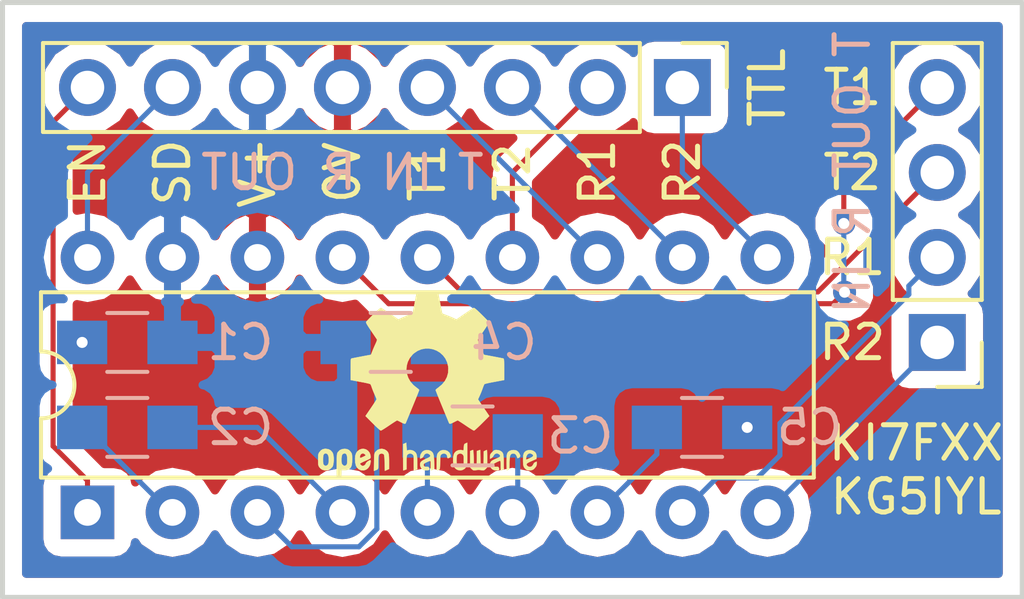
<source format=kicad_pcb>
(kicad_pcb (version 4) (host pcbnew 4.0.6)

  (general
    (links 22)
    (no_connects 0)
    (area 159.704999 120.284999 190.335001 138.215001)
    (thickness 1.6)
    (drawings 20)
    (tracks 51)
    (zones 0)
    (modules 9)
    (nets 19)
  )

  (page A4)
  (layers
    (0 F.Cu signal)
    (31 B.Cu signal)
    (34 B.Paste user)
    (35 F.Paste user)
    (36 B.SilkS user)
    (37 F.SilkS user)
    (38 B.Mask user)
    (39 F.Mask user)
    (44 Edge.Cuts user)
    (45 Margin user)
  )

  (setup
    (last_trace_width 0.1524)
    (trace_clearance 0.1524)
    (zone_clearance 0.508)
    (zone_45_only no)
    (trace_min 0.1524)
    (segment_width 0.2)
    (edge_width 0.15)
    (via_size 0.6858)
    (via_drill 0.3302)
    (via_min_size 0.6858)
    (via_min_drill 0.3302)
    (uvia_size 0.762)
    (uvia_drill 0.508)
    (uvias_allowed no)
    (uvia_min_size 0)
    (uvia_min_drill 0)
    (pcb_text_width 0.15)
    (pcb_text_size 1 1)
    (mod_edge_width 0.15)
    (mod_text_size 1 1)
    (mod_text_width 0.15)
    (pad_size 1.524 1.524)
    (pad_drill 0.762)
    (pad_to_mask_clearance 0.2)
    (aux_axis_origin 0 0)
    (grid_origin 167.4 110.2)
    (visible_elements 7FFFFFFF)
    (pcbplotparams
      (layerselection 0x00030_80000001)
      (usegerberextensions false)
      (excludeedgelayer true)
      (linewidth 0.100000)
      (plotframeref false)
      (viasonmask false)
      (mode 1)
      (useauxorigin false)
      (hpglpennumber 1)
      (hpglpenspeed 20)
      (hpglpendiameter 15)
      (hpglpenoverlay 2)
      (psnegative false)
      (psa4output false)
      (plotreference true)
      (plotvalue true)
      (plotinvisibletext false)
      (padsonsilk false)
      (subtractmaskfromsilk false)
      (outputformat 1)
      (mirror false)
      (drillshape 1)
      (scaleselection 1)
      (outputdirectory ""))
  )

  (net 0 "")
  (net 1 Earth)
  (net 2 /VCC)
  (net 3 "Net-(C2-Pad1)")
  (net 4 "Net-(C2-Pad2)")
  (net 5 "Net-(C3-Pad1)")
  (net 6 "Net-(C3-Pad2)")
  (net 7 "Net-(C4-Pad1)")
  (net 8 "Net-(C5-Pad1)")
  (net 9 "Net-(J1-Pad1)")
  (net 10 "Net-(J1-Pad2)")
  (net 11 "Net-(J1-Pad3)")
  (net 12 "Net-(J1-Pad4)")
  (net 13 "Net-(J2-Pad1)")
  (net 14 "Net-(J2-Pad2)")
  (net 15 "Net-(J2-Pad3)")
  (net 16 "Net-(J2-Pad4)")
  (net 17 /EN)
  (net 18 /SHDN)

  (net_class Default "This is the default net class."
    (clearance 0.1524)
    (trace_width 0.1524)
    (via_dia 0.6858)
    (via_drill 0.3302)
    (uvia_dia 0.762)
    (uvia_drill 0.508)
    (add_net /EN)
    (add_net /SHDN)
    (add_net /VCC)
    (add_net Earth)
    (add_net "Net-(C2-Pad1)")
    (add_net "Net-(C2-Pad2)")
    (add_net "Net-(C3-Pad1)")
    (add_net "Net-(C3-Pad2)")
    (add_net "Net-(C4-Pad1)")
    (add_net "Net-(C5-Pad1)")
    (add_net "Net-(J1-Pad1)")
    (add_net "Net-(J1-Pad2)")
    (add_net "Net-(J1-Pad3)")
    (add_net "Net-(J1-Pad4)")
    (add_net "Net-(J2-Pad1)")
    (add_net "Net-(J2-Pad2)")
    (add_net "Net-(J2-Pad3)")
    (add_net "Net-(J2-Pad4)")
  )

  (module Resistors_SMD:R_0805_HandSoldering (layer B.Cu) (tedit 58E0A804) (tstamp 5923F9B7)
    (at 163.51 130.52)
    (descr "Resistor SMD 0805, hand soldering")
    (tags "resistor 0805")
    (path /5923FC83)
    (attr smd)
    (fp_text reference C1 (at 3.382 0) (layer B.SilkS)
      (effects (font (size 1 1) (thickness 0.15)) (justify mirror))
    )
    (fp_text value 0.2uF (at 0 -1.75) (layer B.Fab)
      (effects (font (size 1 1) (thickness 0.15)) (justify mirror))
    )
    (fp_text user %R (at 0 0) (layer B.Fab)
      (effects (font (size 0.5 0.5) (thickness 0.075)) (justify mirror))
    )
    (fp_line (start -1 -0.62) (end -1 0.62) (layer B.Fab) (width 0.1))
    (fp_line (start 1 -0.62) (end -1 -0.62) (layer B.Fab) (width 0.1))
    (fp_line (start 1 0.62) (end 1 -0.62) (layer B.Fab) (width 0.1))
    (fp_line (start -1 0.62) (end 1 0.62) (layer B.Fab) (width 0.1))
    (fp_line (start 0.6 -0.88) (end -0.6 -0.88) (layer B.SilkS) (width 0.12))
    (fp_line (start -0.6 0.88) (end 0.6 0.88) (layer B.SilkS) (width 0.12))
    (fp_line (start -2.35 0.9) (end 2.35 0.9) (layer B.CrtYd) (width 0.05))
    (fp_line (start -2.35 0.9) (end -2.35 -0.9) (layer B.CrtYd) (width 0.05))
    (fp_line (start 2.35 -0.9) (end 2.35 0.9) (layer B.CrtYd) (width 0.05))
    (fp_line (start 2.35 -0.9) (end -2.35 -0.9) (layer B.CrtYd) (width 0.05))
    (pad 1 smd rect (at -1.35 0) (size 1.5 1.3) (layers B.Cu B.Paste B.Mask)
      (net 1 Earth))
    (pad 2 smd rect (at 1.35 0) (size 1.5 1.3) (layers B.Cu B.Paste B.Mask)
      (net 2 /VCC))
    (model ${KISYS3DMOD}/Resistors_SMD.3dshapes/R_0805.wrl
      (at (xyz 0 0 0))
      (scale (xyz 1 1 1))
      (rotate (xyz 0 0 0))
    )
  )

  (module Resistors_SMD:R_0805_HandSoldering (layer B.Cu) (tedit 58E0A804) (tstamp 5923F9C8)
    (at 163.51 133.06)
    (descr "Resistor SMD 0805, hand soldering")
    (tags "resistor 0805")
    (path /5923FA7D)
    (attr smd)
    (fp_text reference C2 (at 3.382 0) (layer B.SilkS)
      (effects (font (size 1 1) (thickness 0.15)) (justify mirror))
    )
    (fp_text value 0.2uF (at 0 -1.75) (layer B.Fab)
      (effects (font (size 1 1) (thickness 0.15)) (justify mirror))
    )
    (fp_text user %R (at 0 0) (layer B.Fab)
      (effects (font (size 0.5 0.5) (thickness 0.075)) (justify mirror))
    )
    (fp_line (start -1 -0.62) (end -1 0.62) (layer B.Fab) (width 0.1))
    (fp_line (start 1 -0.62) (end -1 -0.62) (layer B.Fab) (width 0.1))
    (fp_line (start 1 0.62) (end 1 -0.62) (layer B.Fab) (width 0.1))
    (fp_line (start -1 0.62) (end 1 0.62) (layer B.Fab) (width 0.1))
    (fp_line (start 0.6 -0.88) (end -0.6 -0.88) (layer B.SilkS) (width 0.12))
    (fp_line (start -0.6 0.88) (end 0.6 0.88) (layer B.SilkS) (width 0.12))
    (fp_line (start -2.35 0.9) (end 2.35 0.9) (layer B.CrtYd) (width 0.05))
    (fp_line (start -2.35 0.9) (end -2.35 -0.9) (layer B.CrtYd) (width 0.05))
    (fp_line (start 2.35 -0.9) (end 2.35 0.9) (layer B.CrtYd) (width 0.05))
    (fp_line (start 2.35 -0.9) (end -2.35 -0.9) (layer B.CrtYd) (width 0.05))
    (pad 1 smd rect (at -1.35 0) (size 1.5 1.3) (layers B.Cu B.Paste B.Mask)
      (net 3 "Net-(C2-Pad1)"))
    (pad 2 smd rect (at 1.35 0) (size 1.5 1.3) (layers B.Cu B.Paste B.Mask)
      (net 4 "Net-(C2-Pad2)"))
    (model ${KISYS3DMOD}/Resistors_SMD.3dshapes/R_0805.wrl
      (at (xyz 0 0 0))
      (scale (xyz 1 1 1))
      (rotate (xyz 0 0 0))
    )
  )

  (module Resistors_SMD:R_0805_HandSoldering (layer B.Cu) (tedit 58E0A804) (tstamp 5923F9D9)
    (at 173.83 133.314)
    (descr "Resistor SMD 0805, hand soldering")
    (tags "resistor 0805")
    (path /5923FB41)
    (attr smd)
    (fp_text reference C3 (at 3.222 0) (layer B.SilkS)
      (effects (font (size 1 1) (thickness 0.15)) (justify mirror))
    )
    (fp_text value 0.94uF (at 0 -1.75) (layer B.Fab)
      (effects (font (size 1 1) (thickness 0.15)) (justify mirror))
    )
    (fp_text user %R (at 0 0) (layer B.Fab)
      (effects (font (size 0.5 0.5) (thickness 0.075)) (justify mirror))
    )
    (fp_line (start -1 -0.62) (end -1 0.62) (layer B.Fab) (width 0.1))
    (fp_line (start 1 -0.62) (end -1 -0.62) (layer B.Fab) (width 0.1))
    (fp_line (start 1 0.62) (end 1 -0.62) (layer B.Fab) (width 0.1))
    (fp_line (start -1 0.62) (end 1 0.62) (layer B.Fab) (width 0.1))
    (fp_line (start 0.6 -0.88) (end -0.6 -0.88) (layer B.SilkS) (width 0.12))
    (fp_line (start -0.6 0.88) (end 0.6 0.88) (layer B.SilkS) (width 0.12))
    (fp_line (start -2.35 0.9) (end 2.35 0.9) (layer B.CrtYd) (width 0.05))
    (fp_line (start -2.35 0.9) (end -2.35 -0.9) (layer B.CrtYd) (width 0.05))
    (fp_line (start 2.35 -0.9) (end 2.35 0.9) (layer B.CrtYd) (width 0.05))
    (fp_line (start 2.35 -0.9) (end -2.35 -0.9) (layer B.CrtYd) (width 0.05))
    (pad 1 smd rect (at -1.35 0) (size 1.5 1.3) (layers B.Cu B.Paste B.Mask)
      (net 5 "Net-(C3-Pad1)"))
    (pad 2 smd rect (at 1.35 0) (size 1.5 1.3) (layers B.Cu B.Paste B.Mask)
      (net 6 "Net-(C3-Pad2)"))
    (model ${KISYS3DMOD}/Resistors_SMD.3dshapes/R_0805.wrl
      (at (xyz 0 0 0))
      (scale (xyz 1 1 1))
      (rotate (xyz 0 0 0))
    )
  )

  (module Resistors_SMD:R_0805_HandSoldering (layer B.Cu) (tedit 58E0A804) (tstamp 5923F9EA)
    (at 171.384 130.52 180)
    (descr "Resistor SMD 0805, hand soldering")
    (tags "resistor 0805")
    (path /5923F376)
    (attr smd)
    (fp_text reference C4 (at -3.382 0 180) (layer B.SilkS)
      (effects (font (size 1 1) (thickness 0.15)) (justify mirror))
    )
    (fp_text value 0.94uF (at 0 -1.75 180) (layer B.Fab)
      (effects (font (size 1 1) (thickness 0.15)) (justify mirror))
    )
    (fp_text user %R (at 0 0 180) (layer B.Fab)
      (effects (font (size 0.5 0.5) (thickness 0.075)) (justify mirror))
    )
    (fp_line (start -1 -0.62) (end -1 0.62) (layer B.Fab) (width 0.1))
    (fp_line (start 1 -0.62) (end -1 -0.62) (layer B.Fab) (width 0.1))
    (fp_line (start 1 0.62) (end 1 -0.62) (layer B.Fab) (width 0.1))
    (fp_line (start -1 0.62) (end 1 0.62) (layer B.Fab) (width 0.1))
    (fp_line (start 0.6 -0.88) (end -0.6 -0.88) (layer B.SilkS) (width 0.12))
    (fp_line (start -0.6 0.88) (end 0.6 0.88) (layer B.SilkS) (width 0.12))
    (fp_line (start -2.35 0.9) (end 2.35 0.9) (layer B.CrtYd) (width 0.05))
    (fp_line (start -2.35 0.9) (end -2.35 -0.9) (layer B.CrtYd) (width 0.05))
    (fp_line (start 2.35 -0.9) (end 2.35 0.9) (layer B.CrtYd) (width 0.05))
    (fp_line (start 2.35 -0.9) (end -2.35 -0.9) (layer B.CrtYd) (width 0.05))
    (pad 1 smd rect (at -1.35 0 180) (size 1.5 1.3) (layers B.Cu B.Paste B.Mask)
      (net 7 "Net-(C4-Pad1)"))
    (pad 2 smd rect (at 1.35 0 180) (size 1.5 1.3) (layers B.Cu B.Paste B.Mask)
      (net 2 /VCC))
    (model ${KISYS3DMOD}/Resistors_SMD.3dshapes/R_0805.wrl
      (at (xyz 0 0 0))
      (scale (xyz 1 1 1))
      (rotate (xyz 0 0 0))
    )
  )

  (module Resistors_SMD:R_0805_HandSoldering (layer B.Cu) (tedit 58E0A804) (tstamp 5923F9FB)
    (at 180.688 133.06)
    (descr "Resistor SMD 0805, hand soldering")
    (tags "resistor 0805")
    (path /5923F2C1)
    (attr smd)
    (fp_text reference C5 (at 3.222 0) (layer B.SilkS)
      (effects (font (size 1 1) (thickness 0.15)) (justify mirror))
    )
    (fp_text value 0.94uF (at 0 -1.75) (layer B.Fab)
      (effects (font (size 1 1) (thickness 0.15)) (justify mirror))
    )
    (fp_text user %R (at 0 0) (layer B.Fab)
      (effects (font (size 0.5 0.5) (thickness 0.075)) (justify mirror))
    )
    (fp_line (start -1 -0.62) (end -1 0.62) (layer B.Fab) (width 0.1))
    (fp_line (start 1 -0.62) (end -1 -0.62) (layer B.Fab) (width 0.1))
    (fp_line (start 1 0.62) (end 1 -0.62) (layer B.Fab) (width 0.1))
    (fp_line (start -1 0.62) (end 1 0.62) (layer B.Fab) (width 0.1))
    (fp_line (start 0.6 -0.88) (end -0.6 -0.88) (layer B.SilkS) (width 0.12))
    (fp_line (start -0.6 0.88) (end 0.6 0.88) (layer B.SilkS) (width 0.12))
    (fp_line (start -2.35 0.9) (end 2.35 0.9) (layer B.CrtYd) (width 0.05))
    (fp_line (start -2.35 0.9) (end -2.35 -0.9) (layer B.CrtYd) (width 0.05))
    (fp_line (start 2.35 -0.9) (end 2.35 0.9) (layer B.CrtYd) (width 0.05))
    (fp_line (start 2.35 -0.9) (end -2.35 -0.9) (layer B.CrtYd) (width 0.05))
    (pad 1 smd rect (at -1.35 0) (size 1.5 1.3) (layers B.Cu B.Paste B.Mask)
      (net 8 "Net-(C5-Pad1)"))
    (pad 2 smd rect (at 1.35 0) (size 1.5 1.3) (layers B.Cu B.Paste B.Mask)
      (net 1 Earth))
    (model ${KISYS3DMOD}/Resistors_SMD.3dshapes/R_0805.wrl
      (at (xyz 0 0 0))
      (scale (xyz 1 1 1))
      (rotate (xyz 0 0 0))
    )
  )

  (module Socket_Strips:Socket_Strip_Straight_1x08_Pitch2.54mm (layer F.Cu) (tedit 592663C2) (tstamp 59254569)
    (at 180.1 122.9 270)
    (descr "Through hole straight socket strip, 1x08, 2.54mm pitch, single row")
    (tags "Through hole socket strip THT 1x08 2.54mm single row")
    (path /59254149)
    (fp_text reference J1 (at 0 -2.33 270) (layer F.SilkS) hide
      (effects (font (size 1 1) (thickness 0.15)))
    )
    (fp_text value CONN_01X08 (at 0 20.11 270) (layer F.Fab)
      (effects (font (size 1 1) (thickness 0.15)))
    )
    (fp_line (start -1.27 -1.27) (end -1.27 19.05) (layer F.Fab) (width 0.1))
    (fp_line (start -1.27 19.05) (end 1.27 19.05) (layer F.Fab) (width 0.1))
    (fp_line (start 1.27 19.05) (end 1.27 -1.27) (layer F.Fab) (width 0.1))
    (fp_line (start 1.27 -1.27) (end -1.27 -1.27) (layer F.Fab) (width 0.1))
    (fp_line (start -1.33 1.27) (end -1.33 19.11) (layer F.SilkS) (width 0.12))
    (fp_line (start -1.33 19.11) (end 1.33 19.11) (layer F.SilkS) (width 0.12))
    (fp_line (start 1.33 19.11) (end 1.33 1.27) (layer F.SilkS) (width 0.12))
    (fp_line (start 1.33 1.27) (end -1.33 1.27) (layer F.SilkS) (width 0.12))
    (fp_line (start -1.33 0) (end -1.33 -1.33) (layer F.SilkS) (width 0.12))
    (fp_line (start -1.33 -1.33) (end 0 -1.33) (layer F.SilkS) (width 0.12))
    (fp_line (start -1.8 -1.8) (end -1.8 19.55) (layer F.CrtYd) (width 0.05))
    (fp_line (start -1.8 19.55) (end 1.8 19.55) (layer F.CrtYd) (width 0.05))
    (fp_line (start 1.8 19.55) (end 1.8 -1.8) (layer F.CrtYd) (width 0.05))
    (fp_line (start 1.8 -1.8) (end -1.8 -1.8) (layer F.CrtYd) (width 0.05))
    (fp_text user %R (at 0 -2.33 270) (layer F.Fab)
      (effects (font (size 1 1) (thickness 0.15)))
    )
    (pad 1 thru_hole rect (at 0 0 270) (size 1.7 1.7) (drill 1) (layers *.Cu *.Mask)
      (net 9 "Net-(J1-Pad1)"))
    (pad 2 thru_hole oval (at 0 2.54 270) (size 1.7 1.7) (drill 1) (layers *.Cu *.Mask)
      (net 10 "Net-(J1-Pad2)"))
    (pad 3 thru_hole oval (at 0 5.08 270) (size 1.7 1.7) (drill 1) (layers *.Cu *.Mask)
      (net 11 "Net-(J1-Pad3)"))
    (pad 4 thru_hole oval (at 0 7.62 270) (size 1.7 1.7) (drill 1) (layers *.Cu *.Mask)
      (net 12 "Net-(J1-Pad4)"))
    (pad 5 thru_hole oval (at 0 10.16 270) (size 1.7 1.7) (drill 1) (layers *.Cu *.Mask)
      (net 1 Earth))
    (pad 6 thru_hole oval (at 0 12.7 270) (size 1.7 1.7) (drill 1) (layers *.Cu *.Mask)
      (net 2 /VCC))
    (pad 7 thru_hole oval (at 0 15.24 270) (size 1.7 1.7) (drill 1) (layers *.Cu *.Mask)
      (net 18 /SHDN))
    (pad 8 thru_hole oval (at 0 17.78 270) (size 1.7 1.7) (drill 1) (layers *.Cu *.Mask)
      (net 17 /EN))
    (model ${KISYS3DMOD}/Socket_Strips.3dshapes/Socket_Strip_Straight_1x08_Pitch2.54mm.wrl
      (at (xyz 0 -0.35 0))
      (scale (xyz 1 1 1))
      (rotate (xyz 0 0 270))
    )
  )

  (module Socket_Strips:Socket_Strip_Straight_1x04_Pitch2.54mm (layer F.Cu) (tedit 5926649A) (tstamp 59254583)
    (at 187.72 130.52 180)
    (descr "Through hole straight socket strip, 1x04, 2.54mm pitch, single row")
    (tags "Through hole socket strip THT 1x04 2.54mm single row")
    (path /592413EB)
    (fp_text reference J2 (at 0 -2.33 180) (layer F.SilkS) hide
      (effects (font (size 1 1) (thickness 0.15)))
    )
    (fp_text value CONN_01X04_MALE (at 0 9.95 180) (layer F.Fab)
      (effects (font (size 1 1) (thickness 0.15)))
    )
    (fp_line (start -1.27 -1.27) (end -1.27 8.89) (layer F.Fab) (width 0.1))
    (fp_line (start -1.27 8.89) (end 1.27 8.89) (layer F.Fab) (width 0.1))
    (fp_line (start 1.27 8.89) (end 1.27 -1.27) (layer F.Fab) (width 0.1))
    (fp_line (start 1.27 -1.27) (end -1.27 -1.27) (layer F.Fab) (width 0.1))
    (fp_line (start -1.33 1.27) (end -1.33 8.95) (layer F.SilkS) (width 0.12))
    (fp_line (start -1.33 8.95) (end 1.33 8.95) (layer F.SilkS) (width 0.12))
    (fp_line (start 1.33 8.95) (end 1.33 1.27) (layer F.SilkS) (width 0.12))
    (fp_line (start 1.33 1.27) (end -1.33 1.27) (layer F.SilkS) (width 0.12))
    (fp_line (start -1.33 0) (end -1.33 -1.33) (layer F.SilkS) (width 0.12))
    (fp_line (start -1.33 -1.33) (end 0 -1.33) (layer F.SilkS) (width 0.12))
    (fp_line (start -1.8 -1.8) (end -1.8 9.4) (layer F.CrtYd) (width 0.05))
    (fp_line (start -1.8 9.4) (end 1.8 9.4) (layer F.CrtYd) (width 0.05))
    (fp_line (start 1.8 9.4) (end 1.8 -1.8) (layer F.CrtYd) (width 0.05))
    (fp_line (start 1.8 -1.8) (end -1.8 -1.8) (layer F.CrtYd) (width 0.05))
    (fp_text user %R (at 0 -2.33 180) (layer F.Fab)
      (effects (font (size 1 1) (thickness 0.15)))
    )
    (pad 1 thru_hole rect (at 0 0 180) (size 1.7 1.7) (drill 1) (layers *.Cu *.Mask)
      (net 13 "Net-(J2-Pad1)"))
    (pad 2 thru_hole oval (at 0 2.54 180) (size 1.7 1.7) (drill 1) (layers *.Cu *.Mask)
      (net 14 "Net-(J2-Pad2)"))
    (pad 3 thru_hole oval (at 0 5.08 180) (size 1.7 1.7) (drill 1) (layers *.Cu *.Mask)
      (net 15 "Net-(J2-Pad3)"))
    (pad 4 thru_hole oval (at 0 7.62 180) (size 1.7 1.7) (drill 1) (layers *.Cu *.Mask)
      (net 16 "Net-(J2-Pad4)"))
    (model ${KISYS3DMOD}/Socket_Strips.3dshapes/Socket_Strip_Straight_1x04_Pitch2.54mm.wrl
      (at (xyz 0 -0.15 0))
      (scale (xyz 1 1 1))
      (rotate (xyz 0 0 270))
    )
  )

  (module Housings_DIP:DIP-18_W7.62mm (layer F.Cu) (tedit 59266B8A) (tstamp 59254599)
    (at 162.32 135.6 90)
    (descr "18-lead dip package, row spacing 7.62 mm (300 mils)")
    (tags "DIL DIP PDIP 2.54mm 7.62mm 300mil")
    (path /592540D4)
    (fp_text reference U1 (at 3.81 -2.54 90) (layer F.SilkS) hide
      (effects (font (size 1 1) (thickness 0.15)))
    )
    (fp_text value MAX3222 (at 3.81 22.71 90) (layer F.Fab)
      (effects (font (size 1 1) (thickness 0.15)))
    )
    (fp_text user %R (at 3.81 10.16 90) (layer F.Fab)
      (effects (font (size 1 1) (thickness 0.15)))
    )
    (fp_line (start 1.635 -1.27) (end 6.985 -1.27) (layer F.Fab) (width 0.1))
    (fp_line (start 6.985 -1.27) (end 6.985 21.59) (layer F.Fab) (width 0.1))
    (fp_line (start 6.985 21.59) (end 0.635 21.59) (layer F.Fab) (width 0.1))
    (fp_line (start 0.635 21.59) (end 0.635 -0.27) (layer F.Fab) (width 0.1))
    (fp_line (start 0.635 -0.27) (end 1.635 -1.27) (layer F.Fab) (width 0.1))
    (fp_line (start 2.81 -1.39) (end 1.04 -1.39) (layer F.SilkS) (width 0.12))
    (fp_line (start 1.04 -1.39) (end 1.04 21.71) (layer F.SilkS) (width 0.12))
    (fp_line (start 1.04 21.71) (end 6.58 21.71) (layer F.SilkS) (width 0.12))
    (fp_line (start 6.58 21.71) (end 6.58 -1.39) (layer F.SilkS) (width 0.12))
    (fp_line (start 6.58 -1.39) (end 4.81 -1.39) (layer F.SilkS) (width 0.12))
    (fp_line (start -1.1 -1.6) (end -1.1 21.9) (layer F.CrtYd) (width 0.05))
    (fp_line (start -1.1 21.9) (end 8.7 21.9) (layer F.CrtYd) (width 0.05))
    (fp_line (start 8.7 21.9) (end 8.7 -1.6) (layer F.CrtYd) (width 0.05))
    (fp_line (start 8.7 -1.6) (end -1.1 -1.6) (layer F.CrtYd) (width 0.05))
    (fp_arc (start 3.81 -1.39) (end 2.81 -1.39) (angle -180) (layer F.SilkS) (width 0.12))
    (pad 1 thru_hole rect (at 0 0 90) (size 1.6 1.6) (drill 0.8) (layers *.Cu *.Mask)
      (net 17 /EN))
    (pad 10 thru_hole oval (at 7.62 20.32 90) (size 1.6 1.6) (drill 0.8) (layers *.Cu *.Mask)
      (net 9 "Net-(J1-Pad1)"))
    (pad 2 thru_hole oval (at 0 2.54 90) (size 1.6 1.6) (drill 0.8) (layers *.Cu *.Mask)
      (net 3 "Net-(C2-Pad1)"))
    (pad 11 thru_hole oval (at 7.62 17.78 90) (size 1.6 1.6) (drill 0.8) (layers *.Cu *.Mask)
      (net 11 "Net-(J1-Pad3)"))
    (pad 3 thru_hole oval (at 0 5.08 90) (size 1.6 1.6) (drill 0.8) (layers *.Cu *.Mask)
      (net 7 "Net-(C4-Pad1)"))
    (pad 12 thru_hole oval (at 7.62 15.24 90) (size 1.6 1.6) (drill 0.8) (layers *.Cu *.Mask)
      (net 12 "Net-(J1-Pad4)"))
    (pad 4 thru_hole oval (at 0 7.62 90) (size 1.6 1.6) (drill 0.8) (layers *.Cu *.Mask)
      (net 4 "Net-(C2-Pad2)"))
    (pad 13 thru_hole oval (at 7.62 12.7 90) (size 1.6 1.6) (drill 0.8) (layers *.Cu *.Mask)
      (net 10 "Net-(J1-Pad2)"))
    (pad 5 thru_hole oval (at 0 10.16 90) (size 1.6 1.6) (drill 0.8) (layers *.Cu *.Mask)
      (net 5 "Net-(C3-Pad1)"))
    (pad 14 thru_hole oval (at 7.62 10.16 90) (size 1.6 1.6) (drill 0.8) (layers *.Cu *.Mask)
      (net 15 "Net-(J2-Pad3)"))
    (pad 6 thru_hole oval (at 0 12.7 90) (size 1.6 1.6) (drill 0.8) (layers *.Cu *.Mask)
      (net 6 "Net-(C3-Pad2)"))
    (pad 15 thru_hole oval (at 7.62 7.62 90) (size 1.6 1.6) (drill 0.8) (layers *.Cu *.Mask)
      (net 16 "Net-(J2-Pad4)"))
    (pad 7 thru_hole oval (at 0 15.24 90) (size 1.6 1.6) (drill 0.8) (layers *.Cu *.Mask)
      (net 8 "Net-(C5-Pad1)"))
    (pad 16 thru_hole oval (at 7.62 5.08 90) (size 1.6 1.6) (drill 0.8) (layers *.Cu *.Mask)
      (net 1 Earth))
    (pad 8 thru_hole oval (at 0 17.78 90) (size 1.6 1.6) (drill 0.8) (layers *.Cu *.Mask)
      (net 14 "Net-(J2-Pad2)"))
    (pad 17 thru_hole oval (at 7.62 2.54 90) (size 1.6 1.6) (drill 0.8) (layers *.Cu *.Mask)
      (net 2 /VCC))
    (pad 9 thru_hole oval (at 0 20.32 90) (size 1.6 1.6) (drill 0.8) (layers *.Cu *.Mask)
      (net 13 "Net-(J2-Pad1)"))
    (pad 18 thru_hole oval (at 7.62 0 90) (size 1.6 1.6) (drill 0.8) (layers *.Cu *.Mask)
      (net 18 /SHDN))
    (model ${KISYS3DMOD}/Housings_DIP.3dshapes/DIP-18_W7.62mm.wrl
      (at (xyz 0 0 0))
      (scale (xyz 1 1 1))
      (rotate (xyz 0 0 0))
    )
  )

  (module Symbols:OSHW-Logo2_7.3x6mm_SilkScreen (layer F.Cu) (tedit 0) (tstamp 59266C3E)
    (at 172.48 131.79)
    (descr "Open Source Hardware Symbol")
    (tags "Logo Symbol OSHW")
    (attr virtual)
    (fp_text reference REF*** (at 0.635 0) (layer F.SilkS) hide
      (effects (font (size 1 1) (thickness 0.15)))
    )
    (fp_text value OSHW-Logo2_7.3x6mm_SilkScreen (at 0.75 0) (layer F.Fab) hide
      (effects (font (size 1 1) (thickness 0.15)))
    )
    (fp_poly (pts (xy -2.400256 1.919918) (xy -2.344799 1.947568) (xy -2.295852 1.99848) (xy -2.282371 2.017338)
      (xy -2.267686 2.042015) (xy -2.258158 2.068816) (xy -2.252707 2.104587) (xy -2.250253 2.156169)
      (xy -2.249714 2.224267) (xy -2.252148 2.317588) (xy -2.260606 2.387657) (xy -2.276826 2.439931)
      (xy -2.302546 2.479869) (xy -2.339503 2.512929) (xy -2.342218 2.514886) (xy -2.37864 2.534908)
      (xy -2.422498 2.544815) (xy -2.478276 2.547257) (xy -2.568952 2.547257) (xy -2.56899 2.635283)
      (xy -2.569834 2.684308) (xy -2.574976 2.713065) (xy -2.588413 2.730311) (xy -2.614142 2.744808)
      (xy -2.620321 2.747769) (xy -2.649236 2.761648) (xy -2.671624 2.770414) (xy -2.688271 2.771171)
      (xy -2.699964 2.761023) (xy -2.70749 2.737073) (xy -2.711634 2.696426) (xy -2.713185 2.636186)
      (xy -2.712929 2.553455) (xy -2.711651 2.445339) (xy -2.711252 2.413) (xy -2.709815 2.301524)
      (xy -2.708528 2.228603) (xy -2.569029 2.228603) (xy -2.568245 2.290499) (xy -2.56476 2.330997)
      (xy -2.556876 2.357708) (xy -2.542895 2.378244) (xy -2.533403 2.38826) (xy -2.494596 2.417567)
      (xy -2.460237 2.419952) (xy -2.424784 2.39575) (xy -2.423886 2.394857) (xy -2.409461 2.376153)
      (xy -2.400687 2.350732) (xy -2.396261 2.311584) (xy -2.394882 2.251697) (xy -2.394857 2.23843)
      (xy -2.398188 2.155901) (xy -2.409031 2.098691) (xy -2.42866 2.063766) (xy -2.45835 2.048094)
      (xy -2.475509 2.046514) (xy -2.516234 2.053926) (xy -2.544168 2.07833) (xy -2.560983 2.12298)
      (xy -2.56835 2.19113) (xy -2.569029 2.228603) (xy -2.708528 2.228603) (xy -2.708292 2.215245)
      (xy -2.706323 2.150333) (xy -2.70355 2.102958) (xy -2.699612 2.06929) (xy -2.694151 2.045498)
      (xy -2.686808 2.027753) (xy -2.677223 2.012224) (xy -2.673113 2.006381) (xy -2.618595 1.951185)
      (xy -2.549664 1.91989) (xy -2.469928 1.911165) (xy -2.400256 1.919918)) (layer F.SilkS) (width 0.01))
    (fp_poly (pts (xy -1.283907 1.92778) (xy -1.237328 1.954723) (xy -1.204943 1.981466) (xy -1.181258 2.009484)
      (xy -1.164941 2.043748) (xy -1.154661 2.089227) (xy -1.149086 2.150892) (xy -1.146884 2.233711)
      (xy -1.146629 2.293246) (xy -1.146629 2.512391) (xy -1.208314 2.540044) (xy -1.27 2.567697)
      (xy -1.277257 2.32767) (xy -1.280256 2.238028) (xy -1.283402 2.172962) (xy -1.287299 2.128026)
      (xy -1.292553 2.09877) (xy -1.299769 2.080748) (xy -1.30955 2.069511) (xy -1.312688 2.067079)
      (xy -1.360239 2.048083) (xy -1.408303 2.0556) (xy -1.436914 2.075543) (xy -1.448553 2.089675)
      (xy -1.456609 2.10822) (xy -1.461729 2.136334) (xy -1.464559 2.179173) (xy -1.465744 2.241895)
      (xy -1.465943 2.307261) (xy -1.465982 2.389268) (xy -1.467386 2.447316) (xy -1.472086 2.486465)
      (xy -1.482013 2.51178) (xy -1.499097 2.528323) (xy -1.525268 2.541156) (xy -1.560225 2.554491)
      (xy -1.598404 2.569007) (xy -1.593859 2.311389) (xy -1.592029 2.218519) (xy -1.589888 2.149889)
      (xy -1.586819 2.100711) (xy -1.582206 2.066198) (xy -1.575432 2.041562) (xy -1.565881 2.022016)
      (xy -1.554366 2.00477) (xy -1.49881 1.94968) (xy -1.43102 1.917822) (xy -1.357287 1.910191)
      (xy -1.283907 1.92778)) (layer F.SilkS) (width 0.01))
    (fp_poly (pts (xy -2.958885 1.921962) (xy -2.890855 1.957733) (xy -2.840649 2.015301) (xy -2.822815 2.052312)
      (xy -2.808937 2.107882) (xy -2.801833 2.178096) (xy -2.80116 2.254727) (xy -2.806573 2.329552)
      (xy -2.81773 2.394342) (xy -2.834286 2.440873) (xy -2.839374 2.448887) (xy -2.899645 2.508707)
      (xy -2.971231 2.544535) (xy -3.048908 2.55502) (xy -3.127452 2.53881) (xy -3.149311 2.529092)
      (xy -3.191878 2.499143) (xy -3.229237 2.459433) (xy -3.232768 2.454397) (xy -3.247119 2.430124)
      (xy -3.256606 2.404178) (xy -3.26221 2.370022) (xy -3.264914 2.321119) (xy -3.265701 2.250935)
      (xy -3.265714 2.2352) (xy -3.265678 2.230192) (xy -3.120571 2.230192) (xy -3.119727 2.29643)
      (xy -3.116404 2.340386) (xy -3.109417 2.368779) (xy -3.097584 2.388325) (xy -3.091543 2.394857)
      (xy -3.056814 2.41968) (xy -3.023097 2.418548) (xy -2.989005 2.397016) (xy -2.968671 2.374029)
      (xy -2.956629 2.340478) (xy -2.949866 2.287569) (xy -2.949402 2.281399) (xy -2.948248 2.185513)
      (xy -2.960312 2.114299) (xy -2.98543 2.068194) (xy -3.02344 2.047635) (xy -3.037008 2.046514)
      (xy -3.072636 2.052152) (xy -3.097006 2.071686) (xy -3.111907 2.109042) (xy -3.119125 2.16815)
      (xy -3.120571 2.230192) (xy -3.265678 2.230192) (xy -3.265174 2.160413) (xy -3.262904 2.108159)
      (xy -3.257932 2.071949) (xy -3.249287 2.045299) (xy -3.235995 2.021722) (xy -3.233057 2.017338)
      (xy -3.183687 1.958249) (xy -3.129891 1.923947) (xy -3.064398 1.910331) (xy -3.042158 1.909665)
      (xy -2.958885 1.921962)) (layer F.SilkS) (width 0.01))
    (fp_poly (pts (xy -1.831697 1.931239) (xy -1.774473 1.969735) (xy -1.730251 2.025335) (xy -1.703833 2.096086)
      (xy -1.69849 2.148162) (xy -1.699097 2.169893) (xy -1.704178 2.186531) (xy -1.718145 2.201437)
      (xy -1.745411 2.217973) (xy -1.790388 2.239498) (xy -1.857489 2.269374) (xy -1.857829 2.269524)
      (xy -1.919593 2.297813) (xy -1.970241 2.322933) (xy -2.004596 2.342179) (xy -2.017482 2.352848)
      (xy -2.017486 2.352934) (xy -2.006128 2.376166) (xy -1.979569 2.401774) (xy -1.949077 2.420221)
      (xy -1.93363 2.423886) (xy -1.891485 2.411212) (xy -1.855192 2.379471) (xy -1.837483 2.344572)
      (xy -1.820448 2.318845) (xy -1.787078 2.289546) (xy -1.747851 2.264235) (xy -1.713244 2.250471)
      (xy -1.706007 2.249714) (xy -1.697861 2.26216) (xy -1.69737 2.293972) (xy -1.703357 2.336866)
      (xy -1.714643 2.382558) (xy -1.73005 2.422761) (xy -1.730829 2.424322) (xy -1.777196 2.489062)
      (xy -1.837289 2.533097) (xy -1.905535 2.554711) (xy -1.976362 2.552185) (xy -2.044196 2.523804)
      (xy -2.047212 2.521808) (xy -2.100573 2.473448) (xy -2.13566 2.410352) (xy -2.155078 2.327387)
      (xy -2.157684 2.304078) (xy -2.162299 2.194055) (xy -2.156767 2.142748) (xy -2.017486 2.142748)
      (xy -2.015676 2.174753) (xy -2.005778 2.184093) (xy -1.981102 2.177105) (xy -1.942205 2.160587)
      (xy -1.898725 2.139881) (xy -1.897644 2.139333) (xy -1.860791 2.119949) (xy -1.846 2.107013)
      (xy -1.849647 2.093451) (xy -1.865005 2.075632) (xy -1.904077 2.049845) (xy -1.946154 2.04795)
      (xy -1.983897 2.066717) (xy -2.009966 2.102915) (xy -2.017486 2.142748) (xy -2.156767 2.142748)
      (xy -2.152806 2.106027) (xy -2.12845 2.036212) (xy -2.094544 1.987302) (xy -2.033347 1.937878)
      (xy -1.965937 1.913359) (xy -1.89712 1.911797) (xy -1.831697 1.931239)) (layer F.SilkS) (width 0.01))
    (fp_poly (pts (xy -0.624114 1.851289) (xy -0.619861 1.910613) (xy -0.614975 1.945572) (xy -0.608205 1.96082)
      (xy -0.598298 1.961015) (xy -0.595086 1.959195) (xy -0.552356 1.946015) (xy -0.496773 1.946785)
      (xy -0.440263 1.960333) (xy -0.404918 1.977861) (xy -0.368679 2.005861) (xy -0.342187 2.037549)
      (xy -0.324001 2.077813) (xy -0.312678 2.131543) (xy -0.306778 2.203626) (xy -0.304857 2.298951)
      (xy -0.304823 2.317237) (xy -0.3048 2.522646) (xy -0.350509 2.53858) (xy -0.382973 2.54942)
      (xy -0.400785 2.554468) (xy -0.401309 2.554514) (xy -0.403063 2.540828) (xy -0.404556 2.503076)
      (xy -0.405674 2.446224) (xy -0.406303 2.375234) (xy -0.4064 2.332073) (xy -0.406602 2.246973)
      (xy -0.407642 2.185981) (xy -0.410169 2.144177) (xy -0.414836 2.116642) (xy -0.422293 2.098456)
      (xy -0.433189 2.084698) (xy -0.439993 2.078073) (xy -0.486728 2.051375) (xy -0.537728 2.049375)
      (xy -0.583999 2.071955) (xy -0.592556 2.080107) (xy -0.605107 2.095436) (xy -0.613812 2.113618)
      (xy -0.619369 2.139909) (xy -0.622474 2.179562) (xy -0.623824 2.237832) (xy -0.624114 2.318173)
      (xy -0.624114 2.522646) (xy -0.669823 2.53858) (xy -0.702287 2.54942) (xy -0.720099 2.554468)
      (xy -0.720623 2.554514) (xy -0.721963 2.540623) (xy -0.723172 2.501439) (xy -0.724199 2.4407)
      (xy -0.724998 2.362141) (xy -0.725519 2.269498) (xy -0.725714 2.166509) (xy -0.725714 1.769342)
      (xy -0.678543 1.749444) (xy -0.631371 1.729547) (xy -0.624114 1.851289)) (layer F.SilkS) (width 0.01))
    (fp_poly (pts (xy 0.039744 1.950968) (xy 0.096616 1.972087) (xy 0.097267 1.972493) (xy 0.13244 1.99838)
      (xy 0.158407 2.028633) (xy 0.17667 2.068058) (xy 0.188732 2.121462) (xy 0.196096 2.193651)
      (xy 0.200264 2.289432) (xy 0.200629 2.303078) (xy 0.205876 2.508842) (xy 0.161716 2.531678)
      (xy 0.129763 2.54711) (xy 0.11047 2.554423) (xy 0.109578 2.554514) (xy 0.106239 2.541022)
      (xy 0.103587 2.504626) (xy 0.101956 2.451452) (xy 0.1016 2.408393) (xy 0.101592 2.338641)
      (xy 0.098403 2.294837) (xy 0.087288 2.273944) (xy 0.063501 2.272925) (xy 0.022296 2.288741)
      (xy -0.039914 2.317815) (xy -0.085659 2.341963) (xy -0.109187 2.362913) (xy -0.116104 2.385747)
      (xy -0.116114 2.386877) (xy -0.104701 2.426212) (xy -0.070908 2.447462) (xy -0.019191 2.450539)
      (xy 0.018061 2.450006) (xy 0.037703 2.460735) (xy 0.049952 2.486505) (xy 0.057002 2.519337)
      (xy 0.046842 2.537966) (xy 0.043017 2.540632) (xy 0.007001 2.55134) (xy -0.043434 2.552856)
      (xy -0.095374 2.545759) (xy -0.132178 2.532788) (xy -0.183062 2.489585) (xy -0.211986 2.429446)
      (xy -0.217714 2.382462) (xy -0.213343 2.340082) (xy -0.197525 2.305488) (xy -0.166203 2.274763)
      (xy -0.115322 2.24399) (xy -0.040824 2.209252) (xy -0.036286 2.207288) (xy 0.030821 2.176287)
      (xy 0.072232 2.150862) (xy 0.089981 2.128014) (xy 0.086107 2.104745) (xy 0.062643 2.078056)
      (xy 0.055627 2.071914) (xy 0.00863 2.0481) (xy -0.040067 2.049103) (xy -0.082478 2.072451)
      (xy -0.110616 2.115675) (xy -0.113231 2.12416) (xy -0.138692 2.165308) (xy -0.170999 2.185128)
      (xy -0.217714 2.20477) (xy -0.217714 2.15395) (xy -0.203504 2.080082) (xy -0.161325 2.012327)
      (xy -0.139376 1.989661) (xy -0.089483 1.960569) (xy -0.026033 1.9474) (xy 0.039744 1.950968)) (layer F.SilkS) (width 0.01))
    (fp_poly (pts (xy 0.529926 1.949755) (xy 0.595858 1.974084) (xy 0.649273 2.017117) (xy 0.670164 2.047409)
      (xy 0.692939 2.102994) (xy 0.692466 2.143186) (xy 0.668562 2.170217) (xy 0.659717 2.174813)
      (xy 0.62153 2.189144) (xy 0.602028 2.185472) (xy 0.595422 2.161407) (xy 0.595086 2.148114)
      (xy 0.582992 2.09921) (xy 0.551471 2.064999) (xy 0.507659 2.048476) (xy 0.458695 2.052634)
      (xy 0.418894 2.074227) (xy 0.40545 2.086544) (xy 0.395921 2.101487) (xy 0.389485 2.124075)
      (xy 0.385317 2.159328) (xy 0.382597 2.212266) (xy 0.380502 2.287907) (xy 0.37996 2.311857)
      (xy 0.377981 2.39379) (xy 0.375731 2.451455) (xy 0.372357 2.489608) (xy 0.367006 2.513004)
      (xy 0.358824 2.526398) (xy 0.346959 2.534545) (xy 0.339362 2.538144) (xy 0.307102 2.550452)
      (xy 0.288111 2.554514) (xy 0.281836 2.540948) (xy 0.278006 2.499934) (xy 0.2766 2.430999)
      (xy 0.277598 2.333669) (xy 0.277908 2.318657) (xy 0.280101 2.229859) (xy 0.282693 2.165019)
      (xy 0.286382 2.119067) (xy 0.291864 2.086935) (xy 0.299835 2.063553) (xy 0.310993 2.043852)
      (xy 0.31683 2.03541) (xy 0.350296 1.998057) (xy 0.387727 1.969003) (xy 0.392309 1.966467)
      (xy 0.459426 1.946443) (xy 0.529926 1.949755)) (layer F.SilkS) (width 0.01))
    (fp_poly (pts (xy 1.190117 2.065358) (xy 1.189933 2.173837) (xy 1.189219 2.257287) (xy 1.187675 2.319704)
      (xy 1.185001 2.365085) (xy 1.180894 2.397429) (xy 1.175055 2.420733) (xy 1.167182 2.438995)
      (xy 1.161221 2.449418) (xy 1.111855 2.505945) (xy 1.049264 2.541377) (xy 0.980013 2.55409)
      (xy 0.910668 2.542463) (xy 0.869375 2.521568) (xy 0.826025 2.485422) (xy 0.796481 2.441276)
      (xy 0.778655 2.383462) (xy 0.770463 2.306313) (xy 0.769302 2.249714) (xy 0.769458 2.245647)
      (xy 0.870857 2.245647) (xy 0.871476 2.31055) (xy 0.874314 2.353514) (xy 0.88084 2.381622)
      (xy 0.892523 2.401953) (xy 0.906483 2.417288) (xy 0.953365 2.44689) (xy 1.003701 2.449419)
      (xy 1.051276 2.424705) (xy 1.054979 2.421356) (xy 1.070783 2.403935) (xy 1.080693 2.383209)
      (xy 1.086058 2.352362) (xy 1.088228 2.304577) (xy 1.088571 2.251748) (xy 1.087827 2.185381)
      (xy 1.084748 2.141106) (xy 1.078061 2.112009) (xy 1.066496 2.091173) (xy 1.057013 2.080107)
      (xy 1.01296 2.052198) (xy 0.962224 2.048843) (xy 0.913796 2.070159) (xy 0.90445 2.078073)
      (xy 0.88854 2.095647) (xy 0.87861 2.116587) (xy 0.873278 2.147782) (xy 0.871163 2.196122)
      (xy 0.870857 2.245647) (xy 0.769458 2.245647) (xy 0.77281 2.158568) (xy 0.784726 2.090086)
      (xy 0.807135 2.0386) (xy 0.842124 1.998443) (xy 0.869375 1.977861) (xy 0.918907 1.955625)
      (xy 0.976316 1.945304) (xy 1.029682 1.948067) (xy 1.059543 1.959212) (xy 1.071261 1.962383)
      (xy 1.079037 1.950557) (xy 1.084465 1.918866) (xy 1.088571 1.870593) (xy 1.093067 1.816829)
      (xy 1.099313 1.784482) (xy 1.110676 1.765985) (xy 1.130528 1.75377) (xy 1.143 1.748362)
      (xy 1.190171 1.728601) (xy 1.190117 2.065358)) (layer F.SilkS) (width 0.01))
    (fp_poly (pts (xy 1.779833 1.958663) (xy 1.782048 1.99685) (xy 1.783784 2.054886) (xy 1.784899 2.12818)
      (xy 1.785257 2.205055) (xy 1.785257 2.465196) (xy 1.739326 2.511127) (xy 1.707675 2.539429)
      (xy 1.67989 2.550893) (xy 1.641915 2.550168) (xy 1.62684 2.548321) (xy 1.579726 2.542948)
      (xy 1.540756 2.539869) (xy 1.531257 2.539585) (xy 1.499233 2.541445) (xy 1.453432 2.546114)
      (xy 1.435674 2.548321) (xy 1.392057 2.551735) (xy 1.362745 2.54432) (xy 1.33368 2.521427)
      (xy 1.323188 2.511127) (xy 1.277257 2.465196) (xy 1.277257 1.978602) (xy 1.314226 1.961758)
      (xy 1.346059 1.949282) (xy 1.364683 1.944914) (xy 1.369458 1.958718) (xy 1.373921 1.997286)
      (xy 1.377775 2.056356) (xy 1.380722 2.131663) (xy 1.382143 2.195286) (xy 1.386114 2.445657)
      (xy 1.420759 2.450556) (xy 1.452268 2.447131) (xy 1.467708 2.436041) (xy 1.472023 2.415308)
      (xy 1.475708 2.371145) (xy 1.478469 2.309146) (xy 1.480012 2.234909) (xy 1.480235 2.196706)
      (xy 1.480457 1.976783) (xy 1.526166 1.960849) (xy 1.558518 1.950015) (xy 1.576115 1.944962)
      (xy 1.576623 1.944914) (xy 1.578388 1.958648) (xy 1.580329 1.99673) (xy 1.582282 2.054482)
      (xy 1.584084 2.127227) (xy 1.585343 2.195286) (xy 1.589314 2.445657) (xy 1.6764 2.445657)
      (xy 1.680396 2.21724) (xy 1.684392 1.988822) (xy 1.726847 1.966868) (xy 1.758192 1.951793)
      (xy 1.776744 1.944951) (xy 1.777279 1.944914) (xy 1.779833 1.958663)) (layer F.SilkS) (width 0.01))
    (fp_poly (pts (xy 2.144876 1.956335) (xy 2.186667 1.975344) (xy 2.219469 1.998378) (xy 2.243503 2.024133)
      (xy 2.260097 2.057358) (xy 2.270577 2.1028) (xy 2.276271 2.165207) (xy 2.278507 2.249327)
      (xy 2.278743 2.304721) (xy 2.278743 2.520826) (xy 2.241774 2.53767) (xy 2.212656 2.549981)
      (xy 2.198231 2.554514) (xy 2.195472 2.541025) (xy 2.193282 2.504653) (xy 2.191942 2.451542)
      (xy 2.191657 2.409372) (xy 2.190434 2.348447) (xy 2.187136 2.300115) (xy 2.182321 2.270518)
      (xy 2.178496 2.264229) (xy 2.152783 2.270652) (xy 2.112418 2.287125) (xy 2.065679 2.309458)
      (xy 2.020845 2.333457) (xy 1.986193 2.35493) (xy 1.970002 2.369685) (xy 1.969938 2.369845)
      (xy 1.97133 2.397152) (xy 1.983818 2.423219) (xy 2.005743 2.444392) (xy 2.037743 2.451474)
      (xy 2.065092 2.450649) (xy 2.103826 2.450042) (xy 2.124158 2.459116) (xy 2.136369 2.483092)
      (xy 2.137909 2.487613) (xy 2.143203 2.521806) (xy 2.129047 2.542568) (xy 2.092148 2.552462)
      (xy 2.052289 2.554292) (xy 1.980562 2.540727) (xy 1.943432 2.521355) (xy 1.897576 2.475845)
      (xy 1.873256 2.419983) (xy 1.871073 2.360957) (xy 1.891629 2.305953) (xy 1.922549 2.271486)
      (xy 1.95342 2.252189) (xy 2.001942 2.227759) (xy 2.058485 2.202985) (xy 2.06791 2.199199)
      (xy 2.130019 2.171791) (xy 2.165822 2.147634) (xy 2.177337 2.123619) (xy 2.16658 2.096635)
      (xy 2.148114 2.075543) (xy 2.104469 2.049572) (xy 2.056446 2.047624) (xy 2.012406 2.067637)
      (xy 1.980709 2.107551) (xy 1.976549 2.117848) (xy 1.952327 2.155724) (xy 1.916965 2.183842)
      (xy 1.872343 2.206917) (xy 1.872343 2.141485) (xy 1.874969 2.101506) (xy 1.88623 2.069997)
      (xy 1.911199 2.036378) (xy 1.935169 2.010484) (xy 1.972441 1.973817) (xy 2.001401 1.954121)
      (xy 2.032505 1.94622) (xy 2.067713 1.944914) (xy 2.144876 1.956335)) (layer F.SilkS) (width 0.01))
    (fp_poly (pts (xy 2.6526 1.958752) (xy 2.669948 1.966334) (xy 2.711356 1.999128) (xy 2.746765 2.046547)
      (xy 2.768664 2.097151) (xy 2.772229 2.122098) (xy 2.760279 2.156927) (xy 2.734067 2.175357)
      (xy 2.705964 2.186516) (xy 2.693095 2.188572) (xy 2.686829 2.173649) (xy 2.674456 2.141175)
      (xy 2.669028 2.126502) (xy 2.63859 2.075744) (xy 2.59452 2.050427) (xy 2.53801 2.051206)
      (xy 2.533825 2.052203) (xy 2.503655 2.066507) (xy 2.481476 2.094393) (xy 2.466327 2.139287)
      (xy 2.45725 2.204615) (xy 2.453286 2.293804) (xy 2.452914 2.341261) (xy 2.45273 2.416071)
      (xy 2.451522 2.467069) (xy 2.448309 2.499471) (xy 2.442109 2.518495) (xy 2.43194 2.529356)
      (xy 2.416819 2.537272) (xy 2.415946 2.53767) (xy 2.386828 2.549981) (xy 2.372403 2.554514)
      (xy 2.370186 2.540809) (xy 2.368289 2.502925) (xy 2.366847 2.445715) (xy 2.365998 2.374027)
      (xy 2.365829 2.321565) (xy 2.366692 2.220047) (xy 2.37007 2.143032) (xy 2.377142 2.086023)
      (xy 2.389088 2.044526) (xy 2.40709 2.014043) (xy 2.432327 1.99008) (xy 2.457247 1.973355)
      (xy 2.517171 1.951097) (xy 2.586911 1.946076) (xy 2.6526 1.958752)) (layer F.SilkS) (width 0.01))
    (fp_poly (pts (xy 3.153595 1.966966) (xy 3.211021 2.004497) (xy 3.238719 2.038096) (xy 3.260662 2.099064)
      (xy 3.262405 2.147308) (xy 3.258457 2.211816) (xy 3.109686 2.276934) (xy 3.037349 2.310202)
      (xy 2.990084 2.336964) (xy 2.965507 2.360144) (xy 2.961237 2.382667) (xy 2.974889 2.407455)
      (xy 2.989943 2.423886) (xy 3.033746 2.450235) (xy 3.081389 2.452081) (xy 3.125145 2.431546)
      (xy 3.157289 2.390752) (xy 3.163038 2.376347) (xy 3.190576 2.331356) (xy 3.222258 2.312182)
      (xy 3.265714 2.295779) (xy 3.265714 2.357966) (xy 3.261872 2.400283) (xy 3.246823 2.435969)
      (xy 3.21528 2.476943) (xy 3.210592 2.482267) (xy 3.175506 2.51872) (xy 3.145347 2.538283)
      (xy 3.107615 2.547283) (xy 3.076335 2.55023) (xy 3.020385 2.550965) (xy 2.980555 2.54166)
      (xy 2.955708 2.527846) (xy 2.916656 2.497467) (xy 2.889625 2.464613) (xy 2.872517 2.423294)
      (xy 2.863238 2.367521) (xy 2.859693 2.291305) (xy 2.85941 2.252622) (xy 2.860372 2.206247)
      (xy 2.948007 2.206247) (xy 2.949023 2.231126) (xy 2.951556 2.2352) (xy 2.968274 2.229665)
      (xy 3.004249 2.215017) (xy 3.052331 2.19419) (xy 3.062386 2.189714) (xy 3.123152 2.158814)
      (xy 3.156632 2.131657) (xy 3.16399 2.10622) (xy 3.146391 2.080481) (xy 3.131856 2.069109)
      (xy 3.07941 2.046364) (xy 3.030322 2.050122) (xy 2.989227 2.077884) (xy 2.960758 2.127152)
      (xy 2.951631 2.166257) (xy 2.948007 2.206247) (xy 2.860372 2.206247) (xy 2.861285 2.162249)
      (xy 2.868196 2.095384) (xy 2.881884 2.046695) (xy 2.904096 2.010849) (xy 2.936574 1.982513)
      (xy 2.950733 1.973355) (xy 3.015053 1.949507) (xy 3.085473 1.948006) (xy 3.153595 1.966966)) (layer F.SilkS) (width 0.01))
    (fp_poly (pts (xy 0.10391 -2.757652) (xy 0.182454 -2.757222) (xy 0.239298 -2.756058) (xy 0.278105 -2.753793)
      (xy 0.302538 -2.75006) (xy 0.316262 -2.744494) (xy 0.32294 -2.736727) (xy 0.326236 -2.726395)
      (xy 0.326556 -2.725057) (xy 0.331562 -2.700921) (xy 0.340829 -2.653299) (xy 0.353392 -2.587259)
      (xy 0.368287 -2.507872) (xy 0.384551 -2.420204) (xy 0.385119 -2.417125) (xy 0.40141 -2.331211)
      (xy 0.416652 -2.255304) (xy 0.429861 -2.193955) (xy 0.440054 -2.151718) (xy 0.446248 -2.133145)
      (xy 0.446543 -2.132816) (xy 0.464788 -2.123747) (xy 0.502405 -2.108633) (xy 0.551271 -2.090738)
      (xy 0.551543 -2.090642) (xy 0.613093 -2.067507) (xy 0.685657 -2.038035) (xy 0.754057 -2.008403)
      (xy 0.757294 -2.006938) (xy 0.868702 -1.956374) (xy 1.115399 -2.12484) (xy 1.191077 -2.176197)
      (xy 1.259631 -2.222111) (xy 1.317088 -2.25997) (xy 1.359476 -2.287163) (xy 1.382825 -2.301079)
      (xy 1.385042 -2.302111) (xy 1.40201 -2.297516) (xy 1.433701 -2.275345) (xy 1.481352 -2.234553)
      (xy 1.546198 -2.174095) (xy 1.612397 -2.109773) (xy 1.676214 -2.046388) (xy 1.733329 -1.988549)
      (xy 1.780305 -1.939825) (xy 1.813703 -1.90379) (xy 1.830085 -1.884016) (xy 1.830694 -1.882998)
      (xy 1.832505 -1.869428) (xy 1.825683 -1.847267) (xy 1.80854 -1.813522) (xy 1.779393 -1.7652)
      (xy 1.736555 -1.699308) (xy 1.679448 -1.614483) (xy 1.628766 -1.539823) (xy 1.583461 -1.47286)
      (xy 1.54615 -1.417484) (xy 1.519452 -1.37758) (xy 1.505985 -1.357038) (xy 1.505137 -1.355644)
      (xy 1.506781 -1.335962) (xy 1.519245 -1.297707) (xy 1.540048 -1.248111) (xy 1.547462 -1.232272)
      (xy 1.579814 -1.16171) (xy 1.614328 -1.081647) (xy 1.642365 -1.012371) (xy 1.662568 -0.960955)
      (xy 1.678615 -0.921881) (xy 1.687888 -0.901459) (xy 1.689041 -0.899886) (xy 1.706096 -0.897279)
      (xy 1.746298 -0.890137) (xy 1.804302 -0.879477) (xy 1.874763 -0.866315) (xy 1.952335 -0.851667)
      (xy 2.031672 -0.836551) (xy 2.107431 -0.821982) (xy 2.174264 -0.808978) (xy 2.226828 -0.798555)
      (xy 2.259776 -0.79173) (xy 2.267857 -0.789801) (xy 2.276205 -0.785038) (xy 2.282506 -0.774282)
      (xy 2.287045 -0.753902) (xy 2.290104 -0.720266) (xy 2.291967 -0.669745) (xy 2.292918 -0.598708)
      (xy 2.29324 -0.503524) (xy 2.293257 -0.464508) (xy 2.293257 -0.147201) (xy 2.217057 -0.132161)
      (xy 2.174663 -0.124005) (xy 2.1114 -0.112101) (xy 2.034962 -0.097884) (xy 1.953043 -0.08279)
      (xy 1.9304 -0.078645) (xy 1.854806 -0.063947) (xy 1.788953 -0.049495) (xy 1.738366 -0.036625)
      (xy 1.708574 -0.026678) (xy 1.703612 -0.023713) (xy 1.691426 -0.002717) (xy 1.673953 0.037967)
      (xy 1.654577 0.090322) (xy 1.650734 0.1016) (xy 1.625339 0.171523) (xy 1.593817 0.250418)
      (xy 1.562969 0.321266) (xy 1.562817 0.321595) (xy 1.511447 0.432733) (xy 1.680399 0.681253)
      (xy 1.849352 0.929772) (xy 1.632429 1.147058) (xy 1.566819 1.211726) (xy 1.506979 1.268733)
      (xy 1.456267 1.315033) (xy 1.418046 1.347584) (xy 1.395675 1.363343) (xy 1.392466 1.364343)
      (xy 1.373626 1.356469) (xy 1.33518 1.334578) (xy 1.28133 1.301267) (xy 1.216276 1.259131)
      (xy 1.14594 1.211943) (xy 1.074555 1.16381) (xy 1.010908 1.121928) (xy 0.959041 1.088871)
      (xy 0.922995 1.067218) (xy 0.906867 1.059543) (xy 0.887189 1.066037) (xy 0.849875 1.08315)
      (xy 0.802621 1.107326) (xy 0.797612 1.110013) (xy 0.733977 1.141927) (xy 0.690341 1.157579)
      (xy 0.663202 1.157745) (xy 0.649057 1.143204) (xy 0.648975 1.143) (xy 0.641905 1.125779)
      (xy 0.625042 1.084899) (xy 0.599695 1.023525) (xy 0.567171 0.944819) (xy 0.528778 0.851947)
      (xy 0.485822 0.748072) (xy 0.444222 0.647502) (xy 0.398504 0.536516) (xy 0.356526 0.433703)
      (xy 0.319548 0.342215) (xy 0.288827 0.265201) (xy 0.265622 0.205815) (xy 0.25119 0.167209)
      (xy 0.246743 0.1528) (xy 0.257896 0.136272) (xy 0.287069 0.10993) (xy 0.325971 0.080887)
      (xy 0.436757 -0.010961) (xy 0.523351 -0.116241) (xy 0.584716 -0.232734) (xy 0.619815 -0.358224)
      (xy 0.627608 -0.490493) (xy 0.621943 -0.551543) (xy 0.591078 -0.678205) (xy 0.53792 -0.790059)
      (xy 0.465767 -0.885999) (xy 0.377917 -0.964924) (xy 0.277665 -1.02573) (xy 0.16831 -1.067313)
      (xy 0.053147 -1.088572) (xy -0.064525 -1.088401) (xy -0.18141 -1.065699) (xy -0.294211 -1.019362)
      (xy -0.399631 -0.948287) (xy -0.443632 -0.908089) (xy -0.528021 -0.804871) (xy -0.586778 -0.692075)
      (xy -0.620296 -0.57299) (xy -0.628965 -0.450905) (xy -0.613177 -0.329107) (xy -0.573322 -0.210884)
      (xy -0.509793 -0.099525) (xy -0.422979 0.001684) (xy -0.325971 0.080887) (xy -0.285563 0.111162)
      (xy -0.257018 0.137219) (xy -0.246743 0.152825) (xy -0.252123 0.169843) (xy -0.267425 0.2105)
      (xy -0.291388 0.271642) (xy -0.322756 0.350119) (xy -0.360268 0.44278) (xy -0.402667 0.546472)
      (xy -0.444337 0.647526) (xy -0.49031 0.758607) (xy -0.532893 0.861541) (xy -0.570779 0.953165)
      (xy -0.60266 1.030316) (xy -0.627229 1.089831) (xy -0.64318 1.128544) (xy -0.64909 1.143)
      (xy -0.663052 1.157685) (xy -0.69006 1.157642) (xy -0.733587 1.142099) (xy -0.79711 1.110284)
      (xy -0.797612 1.110013) (xy -0.84544 1.085323) (xy -0.884103 1.067338) (xy -0.905905 1.059614)
      (xy -0.906867 1.059543) (xy -0.923279 1.067378) (xy -0.959513 1.089165) (xy -1.011526 1.122328)
      (xy -1.075275 1.164291) (xy -1.14594 1.211943) (xy -1.217884 1.260191) (xy -1.282726 1.302151)
      (xy -1.336265 1.335227) (xy -1.374303 1.356821) (xy -1.392467 1.364343) (xy -1.409192 1.354457)
      (xy -1.44282 1.326826) (xy -1.48999 1.284495) (xy -1.547342 1.230505) (xy -1.611516 1.167899)
      (xy -1.632503 1.146983) (xy -1.849501 0.929623) (xy -1.684332 0.68722) (xy -1.634136 0.612781)
      (xy -1.590081 0.545972) (xy -1.554638 0.490665) (xy -1.530281 0.450729) (xy -1.519478 0.430036)
      (xy -1.519162 0.428563) (xy -1.524857 0.409058) (xy -1.540174 0.369822) (xy -1.562463 0.31743)
      (xy -1.578107 0.282355) (xy -1.607359 0.215201) (xy -1.634906 0.147358) (xy -1.656263 0.090034)
      (xy -1.662065 0.072572) (xy -1.678548 0.025938) (xy -1.69466 -0.010095) (xy -1.70351 -0.023713)
      (xy -1.72304 -0.032048) (xy -1.765666 -0.043863) (xy -1.825855 -0.057819) (xy -1.898078 -0.072578)
      (xy -1.9304 -0.078645) (xy -2.012478 -0.093727) (xy -2.091205 -0.108331) (xy -2.158891 -0.12102)
      (xy -2.20784 -0.130358) (xy -2.217057 -0.132161) (xy -2.293257 -0.147201) (xy -2.293257 -0.464508)
      (xy -2.293086 -0.568846) (xy -2.292384 -0.647787) (xy -2.290866 -0.704962) (xy -2.288251 -0.744001)
      (xy -2.284254 -0.768535) (xy -2.278591 -0.782195) (xy -2.27098 -0.788611) (xy -2.267857 -0.789801)
      (xy -2.249022 -0.79402) (xy -2.207412 -0.802438) (xy -2.14837 -0.814039) (xy -2.077243 -0.827805)
      (xy -1.999375 -0.84272) (xy -1.920113 -0.857768) (xy -1.844802 -0.871931) (xy -1.778787 -0.884194)
      (xy -1.727413 -0.893539) (xy -1.696025 -0.89895) (xy -1.689041 -0.899886) (xy -1.682715 -0.912404)
      (xy -1.66871 -0.945754) (xy -1.649645 -0.993623) (xy -1.642366 -1.012371) (xy -1.613004 -1.084805)
      (xy -1.578429 -1.16483) (xy -1.547463 -1.232272) (xy -1.524677 -1.283841) (xy -1.509518 -1.326215)
      (xy -1.504458 -1.352166) (xy -1.505264 -1.355644) (xy -1.515959 -1.372064) (xy -1.54038 -1.408583)
      (xy -1.575905 -1.461313) (xy -1.619913 -1.526365) (xy -1.669783 -1.599849) (xy -1.679644 -1.614355)
      (xy -1.737508 -1.700296) (xy -1.780044 -1.765739) (xy -1.808946 -1.813696) (xy -1.82591 -1.84718)
      (xy -1.832633 -1.869205) (xy -1.83081 -1.882783) (xy -1.830764 -1.882869) (xy -1.816414 -1.900703)
      (xy -1.784677 -1.935183) (xy -1.73899 -1.982732) (xy -1.682796 -2.039778) (xy -1.619532 -2.102745)
      (xy -1.612398 -2.109773) (xy -1.53267 -2.18698) (xy -1.471143 -2.24367) (xy -1.426579 -2.28089)
      (xy -1.397743 -2.299685) (xy -1.385042 -2.302111) (xy -1.366506 -2.291529) (xy -1.328039 -2.267084)
      (xy -1.273614 -2.231388) (xy -1.207202 -2.187053) (xy -1.132775 -2.136689) (xy -1.115399 -2.12484)
      (xy -0.868703 -1.956374) (xy -0.757294 -2.006938) (xy -0.689543 -2.036405) (xy -0.616817 -2.066041)
      (xy -0.554297 -2.08967) (xy -0.551543 -2.090642) (xy -0.50264 -2.108543) (xy -0.464943 -2.12368)
      (xy -0.446575 -2.13279) (xy -0.446544 -2.132816) (xy -0.440715 -2.149283) (xy -0.430808 -2.189781)
      (xy -0.417805 -2.249758) (xy -0.402691 -2.32466) (xy -0.386448 -2.409936) (xy -0.385119 -2.417125)
      (xy -0.368825 -2.504986) (xy -0.353867 -2.58474) (xy -0.341209 -2.651319) (xy -0.331814 -2.699653)
      (xy -0.326646 -2.724675) (xy -0.326556 -2.725057) (xy -0.323411 -2.735701) (xy -0.317296 -2.743738)
      (xy -0.304547 -2.749533) (xy -0.2815 -2.753453) (xy -0.244491 -2.755865) (xy -0.189856 -2.757135)
      (xy -0.113933 -2.757629) (xy -0.013056 -2.757714) (xy 0 -2.757714) (xy 0.10391 -2.757652)) (layer F.SilkS) (width 0.01))
  )

  (gr_text "KI7FXX\nKG5IYL" (at 187.085 134.33) (layer F.SilkS)
    (effects (font (size 1 1) (thickness 0.15)))
  )
  (gr_text "T OUT R IN" (at 185.18 125.44 90) (layer B.SilkS)
    (effects (font (size 1 1) (thickness 0.15)) (justify mirror))
  )
  (gr_text "T IN R OUT" (at 169.94 125.44) (layer B.SilkS)
    (effects (font (size 1 1) (thickness 0.15)) (justify mirror))
  )
  (gr_text R2 (at 185.18 130.52) (layer F.SilkS)
    (effects (font (size 1 1) (thickness 0.15)))
  )
  (gr_text R1 (at 185.18 127.98) (layer F.SilkS)
    (effects (font (size 1 1) (thickness 0.15)))
  )
  (gr_text T2 (at 185.18 125.44) (layer F.SilkS)
    (effects (font (size 1 1) (thickness 0.15)))
  )
  (gr_text T1 (at 185.18 122.9) (layer F.SilkS)
    (effects (font (size 1 1) (thickness 0.15)))
  )
  (gr_text TTL (at 182.64 122.9 90) (layer F.SilkS)
    (effects (font (size 1 1) (thickness 0.15)))
  )
  (gr_text R2 (at 180.1 125.44 90) (layer F.SilkS)
    (effects (font (size 1 1) (thickness 0.15)))
  )
  (gr_text R1 (at 177.56 125.44 90) (layer F.SilkS)
    (effects (font (size 1 1) (thickness 0.15)))
  )
  (gr_text T2 (at 175.02 125.44 90) (layer F.SilkS)
    (effects (font (size 1 1) (thickness 0.15)))
  )
  (gr_text T1 (at 172.48 125.44 90) (layer F.SilkS)
    (effects (font (size 1 1) (thickness 0.15)))
  )
  (gr_text 0V (at 169.94 125.44 90) (layer F.SilkS)
    (effects (font (size 1 1) (thickness 0.15)))
  )
  (gr_text V+ (at 167.4 125.44 90) (layer F.SilkS)
    (effects (font (size 1 1) (thickness 0.15)))
  )
  (gr_text SD (at 164.86 125.44 90) (layer F.SilkS)
    (effects (font (size 1 1) (thickness 0.15)))
  )
  (gr_text EN (at 162.32 125.44 90) (layer F.SilkS)
    (effects (font (size 1 1) (thickness 0.15)))
  )
  (gr_line (start 159.78 138.14) (end 159.78 120.36) (angle 90) (layer Edge.Cuts) (width 0.15))
  (gr_line (start 190.26 138.14) (end 159.78 138.14) (angle 90) (layer Edge.Cuts) (width 0.15))
  (gr_line (start 190.26 120.36) (end 190.26 138.14) (angle 90) (layer Edge.Cuts) (width 0.15))
  (gr_line (start 159.78 120.36) (end 190.26 120.36) (angle 90) (layer Edge.Cuts) (width 0.15))

  (via (at 162.16 130.52) (size 0.6858) (drill 0.3302) (layers F.Cu B.Cu) (net 1) (status 30))
  (via (at 182.038 133.06) (size 0.6858) (drill 0.3302) (layers F.Cu B.Cu) (net 1) (status 30))
  (segment (start 162.16 133.06) (end 162.26 133.06) (width 0.1524) (layer B.Cu) (net 3) (status 30))
  (segment (start 162.26 133.06) (end 164.8 135.6) (width 0.1524) (layer B.Cu) (net 3) (status 30))
  (segment (start 164.8 135.6) (end 164.86 135.6) (width 0.1524) (layer B.Cu) (net 3) (status 30))
  (segment (start 164.86 133.06) (end 167.4 133.06) (width 0.1524) (layer B.Cu) (net 4) (status 10))
  (segment (start 167.4 133.06) (end 169.94 135.6) (width 0.1524) (layer B.Cu) (net 4) (status 20))
  (segment (start 172.48 133.314) (end 172.48 135.6) (width 0.1524) (layer B.Cu) (net 5))
  (segment (start 175.18 133.314) (end 175.18 135.44) (width 0.1524) (layer B.Cu) (net 6))
  (segment (start 175.18 135.44) (end 175.02 135.6) (width 0.1524) (layer B.Cu) (net 6))
  (segment (start 172.734 130.52) (end 171.8316 130.52) (width 0.1524) (layer B.Cu) (net 7) (status 10))
  (segment (start 171.8316 130.52) (end 170.968601 131.382999) (width 0.1524) (layer B.Cu) (net 7))
  (segment (start 170.968601 131.382999) (end 170.968601 136.093729) (width 0.1524) (layer B.Cu) (net 7))
  (segment (start 170.968601 136.093729) (end 170.433729 136.628601) (width 0.1524) (layer B.Cu) (net 7))
  (segment (start 170.433729 136.628601) (end 168.428601 136.628601) (width 0.1524) (layer B.Cu) (net 7))
  (segment (start 168.428601 136.628601) (end 167.4 135.6) (width 0.1524) (layer B.Cu) (net 7) (status 20))
  (segment (start 179.338 133.06) (end 179.338 133.8624) (width 0.1524) (layer B.Cu) (net 8) (status 10))
  (segment (start 179.338 133.8624) (end 177.6004 135.6) (width 0.1524) (layer B.Cu) (net 8) (status 20))
  (segment (start 177.6004 135.6) (end 177.56 135.6) (width 0.1524) (layer B.Cu) (net 8) (status 30))
  (segment (start 180.1 122.9) (end 180.1 125.44) (width 0.1524) (layer B.Cu) (net 9) (status 10))
  (segment (start 180.1 125.44) (end 182.64 127.98) (width 0.1524) (layer B.Cu) (net 9) (status 20))
  (segment (start 177.56 122.9) (end 175.02 125.44) (width 0.1524) (layer F.Cu) (net 10) (status 10))
  (segment (start 175.02 125.44) (end 175.02 127.98) (width 0.1524) (layer F.Cu) (net 10) (status 20))
  (segment (start 175.02 122.9) (end 180.1 127.98) (width 0.1524) (layer B.Cu) (net 11) (status 30))
  (segment (start 172.48 122.9) (end 177.56 127.98) (width 0.1524) (layer B.Cu) (net 12) (status 30))
  (segment (start 187.72 130.52) (end 182.64 135.6) (width 0.1524) (layer B.Cu) (net 13) (status 30))
  (segment (start 187.72 127.98) (end 186.870001 128.829999) (width 0.1524) (layer B.Cu) (net 14) (status 10))
  (segment (start 186.870001 128.829999) (end 186.870001 129.083999) (width 0.1524) (layer B.Cu) (net 14))
  (segment (start 186.870001 129.083999) (end 183.016601 132.937399) (width 0.1524) (layer B.Cu) (net 14))
  (segment (start 183.016601 132.937399) (end 183.016601 133.892881) (width 0.1524) (layer B.Cu) (net 14))
  (segment (start 183.016601 133.892881) (end 182.338083 134.571399) (width 0.1524) (layer B.Cu) (net 14))
  (segment (start 182.338083 134.571399) (end 181.128601 134.571399) (width 0.1524) (layer B.Cu) (net 14))
  (segment (start 181.128601 134.571399) (end 180.1 135.6) (width 0.1524) (layer B.Cu) (net 14) (status 20))
  (segment (start 187.72 125.44) (end 184.151399 129.008601) (width 0.1524) (layer F.Cu) (net 15) (status 10))
  (segment (start 184.151399 129.008601) (end 173.508601 129.008601) (width 0.1524) (layer F.Cu) (net 15))
  (segment (start 173.508601 129.008601) (end 172.48 127.98) (width 0.1524) (layer F.Cu) (net 15) (status 20))
  (segment (start 184.949112 129.019112) (end 184.606213 129.362011) (width 0.1524) (layer F.Cu) (net 16))
  (segment (start 184.606213 129.362011) (end 171.322011 129.362011) (width 0.1524) (layer F.Cu) (net 16))
  (segment (start 171.322011 129.362011) (end 169.94 127.98) (width 0.1524) (layer F.Cu) (net 16) (status 20))
  (segment (start 184.926 126.964) (end 184.926 128.996) (width 0.1524) (layer B.Cu) (net 16))
  (segment (start 184.926 128.996) (end 184.949112 129.019112) (width 0.1524) (layer B.Cu) (net 16))
  (via (at 184.949112 129.019112) (size 0.6858) (drill 0.3302) (layers F.Cu B.Cu) (net 16))
  (segment (start 187.72 122.9) (end 184.926 125.694) (width 0.1524) (layer F.Cu) (net 16) (status 10))
  (segment (start 184.926 125.694) (end 184.926 126.964) (width 0.1524) (layer F.Cu) (net 16))
  (via (at 184.926 126.964) (size 0.6858) (drill 0.3302) (layers F.Cu B.Cu) (net 16))
  (segment (start 162.32 122.9) (end 161.291399 123.928601) (width 0.1524) (layer F.Cu) (net 17) (status 10))
  (segment (start 161.291399 123.928601) (end 161.291399 133.618999) (width 0.1524) (layer F.Cu) (net 17))
  (segment (start 161.291399 133.618999) (end 162.32 134.6476) (width 0.1524) (layer F.Cu) (net 17))
  (segment (start 162.32 134.6476) (end 162.32 135.6) (width 0.1524) (layer F.Cu) (net 17) (status 20))
  (segment (start 164.86 122.9) (end 162.32 125.44) (width 0.1524) (layer B.Cu) (net 18) (status 10))
  (segment (start 162.32 125.44) (end 162.32 127.98) (width 0.1524) (layer B.Cu) (net 18) (status 20))

  (zone (net 1) (net_name Earth) (layer F.Cu) (tstamp 59254ED4) (hatch edge 0.508)
    (connect_pads (clearance 0.508))
    (min_thickness 0.254)
    (fill yes (arc_segments 16) (thermal_gap 0.508) (thermal_bridge_width 0.508))
    (polygon
      (pts
        (xy 190.26 120.36) (xy 159.78 120.36) (xy 159.78 138.14) (xy 190.26 138.14)
      )
    )
    (filled_polygon
      (pts
        (xy 189.55 137.43) (xy 160.49 137.43) (xy 160.49 123.928601) (xy 160.580199 123.928601) (xy 160.580199 133.618999)
        (xy 160.634336 133.891164) (xy 160.788505 134.121893) (xy 161.041753 134.375142) (xy 160.923569 134.54811) (xy 160.87256 134.8)
        (xy 160.87256 136.4) (xy 160.916838 136.635317) (xy 161.05591 136.851441) (xy 161.26811 136.996431) (xy 161.52 137.04744)
        (xy 163.12 137.04744) (xy 163.355317 137.003162) (xy 163.571441 136.86409) (xy 163.716431 136.65189) (xy 163.747815 136.496911)
        (xy 163.845302 136.642811) (xy 164.310849 136.95388) (xy 164.86 137.063113) (xy 165.409151 136.95388) (xy 165.874698 136.642811)
        (xy 166.13 136.260725) (xy 166.385302 136.642811) (xy 166.850849 136.95388) (xy 167.4 137.063113) (xy 167.949151 136.95388)
        (xy 168.414698 136.642811) (xy 168.67 136.260725) (xy 168.925302 136.642811) (xy 169.390849 136.95388) (xy 169.94 137.063113)
        (xy 170.489151 136.95388) (xy 170.954698 136.642811) (xy 171.21 136.260725) (xy 171.465302 136.642811) (xy 171.930849 136.95388)
        (xy 172.48 137.063113) (xy 173.029151 136.95388) (xy 173.494698 136.642811) (xy 173.75 136.260725) (xy 174.005302 136.642811)
        (xy 174.470849 136.95388) (xy 175.02 137.063113) (xy 175.569151 136.95388) (xy 176.034698 136.642811) (xy 176.29 136.260725)
        (xy 176.545302 136.642811) (xy 177.010849 136.95388) (xy 177.56 137.063113) (xy 178.109151 136.95388) (xy 178.574698 136.642811)
        (xy 178.83 136.260725) (xy 179.085302 136.642811) (xy 179.550849 136.95388) (xy 180.1 137.063113) (xy 180.649151 136.95388)
        (xy 181.114698 136.642811) (xy 181.37 136.260725) (xy 181.625302 136.642811) (xy 182.090849 136.95388) (xy 182.64 137.063113)
        (xy 183.189151 136.95388) (xy 183.654698 136.642811) (xy 183.965767 136.177264) (xy 184.075 135.628113) (xy 184.075 135.571887)
        (xy 183.965767 135.022736) (xy 183.654698 134.557189) (xy 183.189151 134.24612) (xy 182.64 134.136887) (xy 182.090849 134.24612)
        (xy 181.625302 134.557189) (xy 181.37 134.939275) (xy 181.114698 134.557189) (xy 180.649151 134.24612) (xy 180.1 134.136887)
        (xy 179.550849 134.24612) (xy 179.085302 134.557189) (xy 178.83 134.939275) (xy 178.574698 134.557189) (xy 178.109151 134.24612)
        (xy 177.56 134.136887) (xy 177.010849 134.24612) (xy 176.545302 134.557189) (xy 176.29 134.939275) (xy 176.034698 134.557189)
        (xy 175.569151 134.24612) (xy 175.02 134.136887) (xy 174.470849 134.24612) (xy 174.005302 134.557189) (xy 173.75 134.939275)
        (xy 173.494698 134.557189) (xy 173.029151 134.24612) (xy 172.48 134.136887) (xy 171.930849 134.24612) (xy 171.465302 134.557189)
        (xy 171.21 134.939275) (xy 170.954698 134.557189) (xy 170.489151 134.24612) (xy 169.94 134.136887) (xy 169.390849 134.24612)
        (xy 168.925302 134.557189) (xy 168.67 134.939275) (xy 168.414698 134.557189) (xy 167.949151 134.24612) (xy 167.4 134.136887)
        (xy 166.850849 134.24612) (xy 166.385302 134.557189) (xy 166.13 134.939275) (xy 165.874698 134.557189) (xy 165.409151 134.24612)
        (xy 164.86 134.136887) (xy 164.310849 134.24612) (xy 163.845302 134.557189) (xy 163.748899 134.701465) (xy 163.723162 134.564683)
        (xy 163.58409 134.348559) (xy 163.37189 134.203569) (xy 163.12 134.15256) (xy 162.828143 134.15256) (xy 162.822894 134.144705)
        (xy 162.002599 133.324411) (xy 162.002599 129.379978) (xy 162.32 129.443113) (xy 162.869151 129.33388) (xy 163.334698 129.022811)
        (xy 163.59 128.640725) (xy 163.845302 129.022811) (xy 164.310849 129.33388) (xy 164.86 129.443113) (xy 165.409151 129.33388)
        (xy 165.874698 129.022811) (xy 166.144986 128.618297) (xy 166.247611 128.835134) (xy 166.662577 129.211041) (xy 167.050961 129.371904)
        (xy 167.273 129.249915) (xy 167.273 128.107) (xy 167.253 128.107) (xy 167.253 127.853) (xy 167.273 127.853)
        (xy 167.273 126.710085) (xy 167.527 126.710085) (xy 167.527 127.853) (xy 167.547 127.853) (xy 167.547 128.107)
        (xy 167.527 128.107) (xy 167.527 129.249915) (xy 167.749039 129.371904) (xy 168.137423 129.211041) (xy 168.552389 128.835134)
        (xy 168.655014 128.618297) (xy 168.925302 129.022811) (xy 169.390849 129.33388) (xy 169.94 129.443113) (xy 170.321449 129.367238)
        (xy 170.819117 129.864906) (xy 171.016574 129.996842) (xy 171.049847 130.019074) (xy 171.322011 130.073211) (xy 184.606213 130.073211)
        (xy 184.878378 130.019074) (xy 184.911445 129.996979) (xy 185.142775 129.997181) (xy 185.502324 129.848619) (xy 185.777652 129.573771)
        (xy 185.926842 129.214482) (xy 185.927181 128.825449) (xy 185.778619 128.4659) (xy 185.739288 128.4265) (xy 186.210903 127.954885)
        (xy 186.205907 127.98) (xy 186.318946 128.548285) (xy 186.640853 129.030054) (xy 186.682452 129.05785) (xy 186.634683 129.066838)
        (xy 186.418559 129.20591) (xy 186.273569 129.41811) (xy 186.22256 129.67) (xy 186.22256 131.37) (xy 186.266838 131.605317)
        (xy 186.40591 131.821441) (xy 186.61811 131.966431) (xy 186.87 132.01744) (xy 188.57 132.01744) (xy 188.805317 131.973162)
        (xy 189.021441 131.83409) (xy 189.166431 131.62189) (xy 189.21744 131.37) (xy 189.21744 129.67) (xy 189.173162 129.434683)
        (xy 189.03409 129.218559) (xy 188.82189 129.073569) (xy 188.754459 129.059914) (xy 188.799147 129.030054) (xy 189.121054 128.548285)
        (xy 189.234093 127.98) (xy 189.121054 127.411715) (xy 188.799147 126.929946) (xy 188.469974 126.71) (xy 188.799147 126.490054)
        (xy 189.121054 126.008285) (xy 189.234093 125.44) (xy 189.121054 124.871715) (xy 188.799147 124.389946) (xy 188.469974 124.17)
        (xy 188.799147 123.950054) (xy 189.121054 123.468285) (xy 189.234093 122.9) (xy 189.121054 122.331715) (xy 188.799147 121.849946)
        (xy 188.317378 121.528039) (xy 187.749093 121.415) (xy 187.690907 121.415) (xy 187.122622 121.528039) (xy 186.640853 121.849946)
        (xy 186.318946 122.331715) (xy 186.205907 122.9) (xy 186.29024 123.323971) (xy 184.423106 125.191106) (xy 184.268937 125.421835)
        (xy 184.268937 125.421836) (xy 184.2148 125.694) (xy 184.2148 126.292206) (xy 184.09746 126.409341) (xy 183.94827 126.76863)
        (xy 183.947931 127.157663) (xy 184.096493 127.517212) (xy 184.366511 127.787701) (xy 184.057346 128.096866) (xy 184.075 128.008113)
        (xy 184.075 127.951887) (xy 183.965767 127.402736) (xy 183.654698 126.937189) (xy 183.189151 126.62612) (xy 182.64 126.516887)
        (xy 182.090849 126.62612) (xy 181.625302 126.937189) (xy 181.37 127.319275) (xy 181.114698 126.937189) (xy 180.649151 126.62612)
        (xy 180.1 126.516887) (xy 179.550849 126.62612) (xy 179.085302 126.937189) (xy 178.83 127.319275) (xy 178.574698 126.937189)
        (xy 178.109151 126.62612) (xy 177.56 126.516887) (xy 177.010849 126.62612) (xy 176.545302 126.937189) (xy 176.29 127.319275)
        (xy 176.034698 126.937189) (xy 175.7312 126.734398) (xy 175.7312 125.734588) (xy 177.136029 124.32976) (xy 177.56 124.414093)
        (xy 178.128285 124.301054) (xy 178.610054 123.979147) (xy 178.63785 123.937548) (xy 178.646838 123.985317) (xy 178.78591 124.201441)
        (xy 178.99811 124.346431) (xy 179.25 124.39744) (xy 180.95 124.39744) (xy 181.185317 124.353162) (xy 181.401441 124.21409)
        (xy 181.546431 124.00189) (xy 181.59744 123.75) (xy 181.59744 122.05) (xy 181.553162 121.814683) (xy 181.41409 121.598559)
        (xy 181.20189 121.453569) (xy 180.95 121.40256) (xy 179.25 121.40256) (xy 179.014683 121.446838) (xy 178.798559 121.58591)
        (xy 178.653569 121.79811) (xy 178.639914 121.865541) (xy 178.610054 121.820853) (xy 178.128285 121.498946) (xy 177.56 121.385907)
        (xy 176.991715 121.498946) (xy 176.509946 121.820853) (xy 176.29 122.150026) (xy 176.070054 121.820853) (xy 175.588285 121.498946)
        (xy 175.02 121.385907) (xy 174.451715 121.498946) (xy 173.969946 121.820853) (xy 173.75 122.150026) (xy 173.530054 121.820853)
        (xy 173.048285 121.498946) (xy 172.48 121.385907) (xy 171.911715 121.498946) (xy 171.429946 121.820853) (xy 171.202298 122.161553)
        (xy 171.135183 122.018642) (xy 170.706924 121.628355) (xy 170.29689 121.458524) (xy 170.067 121.579845) (xy 170.067 122.773)
        (xy 170.087 122.773) (xy 170.087 123.027) (xy 170.067 123.027) (xy 170.067 124.220155) (xy 170.29689 124.341476)
        (xy 170.706924 124.171645) (xy 171.135183 123.781358) (xy 171.202298 123.638447) (xy 171.429946 123.979147) (xy 171.911715 124.301054)
        (xy 172.48 124.414093) (xy 173.048285 124.301054) (xy 173.530054 123.979147) (xy 173.75 123.649974) (xy 173.969946 123.979147)
        (xy 174.451715 124.301054) (xy 175.02 124.414093) (xy 175.045114 124.409097) (xy 174.517106 124.937106) (xy 174.362937 125.167835)
        (xy 174.362937 125.167836) (xy 174.3088 125.44) (xy 174.3088 126.734398) (xy 174.005302 126.937189) (xy 173.75 127.319275)
        (xy 173.494698 126.937189) (xy 173.029151 126.62612) (xy 172.48 126.516887) (xy 171.930849 126.62612) (xy 171.465302 126.937189)
        (xy 171.21 127.319275) (xy 170.954698 126.937189) (xy 170.489151 126.62612) (xy 169.94 126.516887) (xy 169.390849 126.62612)
        (xy 168.925302 126.937189) (xy 168.655014 127.341703) (xy 168.552389 127.124866) (xy 168.137423 126.748959) (xy 167.749039 126.588096)
        (xy 167.527 126.710085) (xy 167.273 126.710085) (xy 167.050961 126.588096) (xy 166.662577 126.748959) (xy 166.247611 127.124866)
        (xy 166.144986 127.341703) (xy 165.874698 126.937189) (xy 165.409151 126.62612) (xy 164.86 126.516887) (xy 164.310849 126.62612)
        (xy 163.845302 126.937189) (xy 163.59 127.319275) (xy 163.334698 126.937189) (xy 162.869151 126.62612) (xy 162.32 126.516887)
        (xy 162.002599 126.580022) (xy 162.002599 124.350958) (xy 162.32 124.414093) (xy 162.888285 124.301054) (xy 163.370054 123.979147)
        (xy 163.59 123.649974) (xy 163.809946 123.979147) (xy 164.291715 124.301054) (xy 164.86 124.414093) (xy 165.428285 124.301054)
        (xy 165.910054 123.979147) (xy 166.13 123.649974) (xy 166.349946 123.979147) (xy 166.831715 124.301054) (xy 167.4 124.414093)
        (xy 167.968285 124.301054) (xy 168.450054 123.979147) (xy 168.677702 123.638447) (xy 168.744817 123.781358) (xy 169.173076 124.171645)
        (xy 169.58311 124.341476) (xy 169.813 124.220155) (xy 169.813 123.027) (xy 169.793 123.027) (xy 169.793 122.773)
        (xy 169.813 122.773) (xy 169.813 121.579845) (xy 169.58311 121.458524) (xy 169.173076 121.628355) (xy 168.744817 122.018642)
        (xy 168.677702 122.161553) (xy 168.450054 121.820853) (xy 167.968285 121.498946) (xy 167.4 121.385907) (xy 166.831715 121.498946)
        (xy 166.349946 121.820853) (xy 166.13 122.150026) (xy 165.910054 121.820853) (xy 165.428285 121.498946) (xy 164.86 121.385907)
        (xy 164.291715 121.498946) (xy 163.809946 121.820853) (xy 163.59 122.150026) (xy 163.370054 121.820853) (xy 162.888285 121.498946)
        (xy 162.32 121.385907) (xy 161.751715 121.498946) (xy 161.269946 121.820853) (xy 160.948039 122.302622) (xy 160.835 122.870907)
        (xy 160.835 122.929093) (xy 160.90968 123.304532) (xy 160.788505 123.425707) (xy 160.634336 123.656436) (xy 160.580199 123.928601)
        (xy 160.49 123.928601) (xy 160.49 121.07) (xy 189.55 121.07)
      )
    )
  )
  (zone (net 2) (net_name /VCC) (layer B.Cu) (tstamp 59254EE3) (hatch edge 0.508)
    (connect_pads (clearance 0.508))
    (min_thickness 0.254)
    (fill yes (arc_segments 16) (thermal_gap 0.508) (thermal_bridge_width 0.508))
    (polygon
      (pts
        (xy 190.26 138.14) (xy 159.78 138.14) (xy 159.78 120.36) (xy 190.26 120.36)
      )
    )
    (filled_polygon
      (pts
        (xy 189.55 137.43) (xy 160.49 137.43) (xy 160.49 129.87) (xy 160.76256 129.87) (xy 160.76256 131.17)
        (xy 160.806838 131.405317) (xy 160.94591 131.621441) (xy 161.15811 131.766431) (xy 161.269523 131.788993) (xy 161.174683 131.806838)
        (xy 160.958559 131.94591) (xy 160.813569 132.15811) (xy 160.76256 132.41) (xy 160.76256 133.71) (xy 160.806838 133.945317)
        (xy 160.94591 134.161441) (xy 161.136896 134.291936) (xy 161.068559 134.33591) (xy 160.923569 134.54811) (xy 160.87256 134.8)
        (xy 160.87256 136.4) (xy 160.916838 136.635317) (xy 161.05591 136.851441) (xy 161.26811 136.996431) (xy 161.52 137.04744)
        (xy 163.12 137.04744) (xy 163.355317 137.003162) (xy 163.571441 136.86409) (xy 163.716431 136.65189) (xy 163.747815 136.496911)
        (xy 163.845302 136.642811) (xy 164.310849 136.95388) (xy 164.86 137.063113) (xy 165.409151 136.95388) (xy 165.874698 136.642811)
        (xy 166.13 136.260725) (xy 166.385302 136.642811) (xy 166.850849 136.95388) (xy 167.4 137.063113) (xy 167.781449 136.987238)
        (xy 167.925706 137.131495) (xy 168.079875 137.234507) (xy 168.156437 137.285664) (xy 168.428601 137.339801) (xy 170.433729 137.339801)
        (xy 170.705894 137.285664) (xy 170.936623 137.131495) (xy 171.449283 136.618836) (xy 171.465302 136.642811) (xy 171.930849 136.95388)
        (xy 172.48 137.063113) (xy 173.029151 136.95388) (xy 173.494698 136.642811) (xy 173.75 136.260725) (xy 174.005302 136.642811)
        (xy 174.470849 136.95388) (xy 175.02 137.063113) (xy 175.569151 136.95388) (xy 176.034698 136.642811) (xy 176.29 136.260725)
        (xy 176.545302 136.642811) (xy 177.010849 136.95388) (xy 177.56 137.063113) (xy 178.109151 136.95388) (xy 178.574698 136.642811)
        (xy 178.83 136.260725) (xy 179.085302 136.642811) (xy 179.550849 136.95388) (xy 180.1 137.063113) (xy 180.649151 136.95388)
        (xy 181.114698 136.642811) (xy 181.37 136.260725) (xy 181.625302 136.642811) (xy 182.090849 136.95388) (xy 182.64 137.063113)
        (xy 183.189151 136.95388) (xy 183.654698 136.642811) (xy 183.965767 136.177264) (xy 184.075 135.628113) (xy 184.075 135.571887)
        (xy 184.008453 135.237335) (xy 187.228348 132.01744) (xy 188.57 132.01744) (xy 188.805317 131.973162) (xy 189.021441 131.83409)
        (xy 189.166431 131.62189) (xy 189.21744 131.37) (xy 189.21744 129.67) (xy 189.173162 129.434683) (xy 189.03409 129.218559)
        (xy 188.82189 129.073569) (xy 188.754459 129.059914) (xy 188.799147 129.030054) (xy 189.121054 128.548285) (xy 189.234093 127.98)
        (xy 189.121054 127.411715) (xy 188.799147 126.929946) (xy 188.469974 126.71) (xy 188.799147 126.490054) (xy 189.121054 126.008285)
        (xy 189.234093 125.44) (xy 189.121054 124.871715) (xy 188.799147 124.389946) (xy 188.469974 124.17) (xy 188.799147 123.950054)
        (xy 189.121054 123.468285) (xy 189.234093 122.9) (xy 189.121054 122.331715) (xy 188.799147 121.849946) (xy 188.317378 121.528039)
        (xy 187.749093 121.415) (xy 187.690907 121.415) (xy 187.122622 121.528039) (xy 186.640853 121.849946) (xy 186.318946 122.331715)
        (xy 186.205907 122.9) (xy 186.318946 123.468285) (xy 186.640853 123.950054) (xy 186.970026 124.17) (xy 186.640853 124.389946)
        (xy 186.318946 124.871715) (xy 186.205907 125.44) (xy 186.318946 126.008285) (xy 186.640853 126.490054) (xy 186.970026 126.71)
        (xy 186.640853 126.929946) (xy 186.318946 127.411715) (xy 186.205907 127.98) (xy 186.296091 128.433387) (xy 186.212938 128.557834)
        (xy 186.18641 128.691199) (xy 186.168879 128.779332) (xy 185.92701 129.021201) (xy 185.927181 128.825449) (xy 185.778619 128.4659)
        (xy 185.6372 128.324234) (xy 185.6372 127.635794) (xy 185.75454 127.518659) (xy 185.90373 127.15937) (xy 185.904069 126.770337)
        (xy 185.755507 126.410788) (xy 185.480659 126.13546) (xy 185.12137 125.98627) (xy 184.732337 125.985931) (xy 184.372788 126.134493)
        (xy 184.09746 126.409341) (xy 183.94827 126.76863) (xy 183.947931 127.157663) (xy 184.096493 127.517212) (xy 184.2148 127.635726)
        (xy 184.2148 128.370389) (xy 184.120572 128.464453) (xy 183.971382 128.823742) (xy 183.971043 129.212775) (xy 184.119605 129.572324)
        (xy 184.394453 129.847652) (xy 184.753742 129.996842) (xy 184.951197 129.997014) (xy 183.096181 131.852031) (xy 183.03989 131.813569)
        (xy 182.788 131.76256) (xy 181.288 131.76256) (xy 181.052683 131.806838) (xy 180.836559 131.94591) (xy 180.691569 132.15811)
        (xy 180.688919 132.171197) (xy 180.55209 131.958559) (xy 180.33989 131.813569) (xy 180.088 131.76256) (xy 178.588 131.76256)
        (xy 178.352683 131.806838) (xy 178.136559 131.94591) (xy 177.991569 132.15811) (xy 177.94056 132.41) (xy 177.94056 133.71)
        (xy 177.984838 133.945317) (xy 178.088382 134.106229) (xy 177.975147 134.219465) (xy 177.56 134.136887) (xy 177.010849 134.24612)
        (xy 176.545302 134.557189) (xy 176.29 134.939275) (xy 176.055206 134.587881) (xy 176.165317 134.567162) (xy 176.381441 134.42809)
        (xy 176.526431 134.21589) (xy 176.57744 133.964) (xy 176.57744 132.664) (xy 176.533162 132.428683) (xy 176.39409 132.212559)
        (xy 176.18189 132.067569) (xy 175.93 132.01656) (xy 174.43 132.01656) (xy 174.194683 132.060838) (xy 173.978559 132.19991)
        (xy 173.833569 132.41211) (xy 173.830919 132.425197) (xy 173.69409 132.212559) (xy 173.48189 132.067569) (xy 173.23 132.01656)
        (xy 171.73 132.01656) (xy 171.679801 132.026006) (xy 171.679801 131.73069) (xy 171.73211 131.766431) (xy 171.984 131.81744)
        (xy 173.484 131.81744) (xy 173.719317 131.773162) (xy 173.935441 131.63409) (xy 174.080431 131.42189) (xy 174.13144 131.17)
        (xy 174.13144 129.87) (xy 174.087162 129.634683) (xy 173.94809 129.418559) (xy 173.73589 129.273569) (xy 173.484 129.22256)
        (xy 173.195753 129.22256) (xy 173.494698 129.022811) (xy 173.75 128.640725) (xy 174.005302 129.022811) (xy 174.470849 129.33388)
        (xy 175.02 129.443113) (xy 175.569151 129.33388) (xy 176.034698 129.022811) (xy 176.29 128.640725) (xy 176.545302 129.022811)
        (xy 177.010849 129.33388) (xy 177.56 129.443113) (xy 178.109151 129.33388) (xy 178.574698 129.022811) (xy 178.83 128.640725)
        (xy 179.085302 129.022811) (xy 179.550849 129.33388) (xy 180.1 129.443113) (xy 180.649151 129.33388) (xy 181.114698 129.022811)
        (xy 181.37 128.640725) (xy 181.625302 129.022811) (xy 182.090849 129.33388) (xy 182.64 129.443113) (xy 183.189151 129.33388)
        (xy 183.654698 129.022811) (xy 183.965767 128.557264) (xy 184.075 128.008113) (xy 184.075 127.951887) (xy 183.965767 127.402736)
        (xy 183.654698 126.937189) (xy 183.189151 126.62612) (xy 182.64 126.516887) (xy 182.258551 126.592762) (xy 180.8112 125.145412)
        (xy 180.8112 124.39744) (xy 180.95 124.39744) (xy 181.185317 124.353162) (xy 181.401441 124.21409) (xy 181.546431 124.00189)
        (xy 181.59744 123.75) (xy 181.59744 122.05) (xy 181.553162 121.814683) (xy 181.41409 121.598559) (xy 181.20189 121.453569)
        (xy 180.95 121.40256) (xy 179.25 121.40256) (xy 179.014683 121.446838) (xy 178.798559 121.58591) (xy 178.653569 121.79811)
        (xy 178.639914 121.865541) (xy 178.610054 121.820853) (xy 178.128285 121.498946) (xy 177.56 121.385907) (xy 176.991715 121.498946)
        (xy 176.509946 121.820853) (xy 176.29 122.150026) (xy 176.070054 121.820853) (xy 175.588285 121.498946) (xy 175.02 121.385907)
        (xy 174.451715 121.498946) (xy 173.969946 121.820853) (xy 173.75 122.150026) (xy 173.530054 121.820853) (xy 173.048285 121.498946)
        (xy 172.48 121.385907) (xy 171.911715 121.498946) (xy 171.429946 121.820853) (xy 171.21 122.150026) (xy 170.990054 121.820853)
        (xy 170.508285 121.498946) (xy 169.94 121.385907) (xy 169.371715 121.498946) (xy 168.889946 121.820853) (xy 168.662298 122.161553)
        (xy 168.595183 122.018642) (xy 168.166924 121.628355) (xy 167.75689 121.458524) (xy 167.527 121.579845) (xy 167.527 122.773)
        (xy 167.547 122.773) (xy 167.547 123.027) (xy 167.527 123.027) (xy 167.527 124.220155) (xy 167.75689 124.341476)
        (xy 168.166924 124.171645) (xy 168.595183 123.781358) (xy 168.662298 123.638447) (xy 168.889946 123.979147) (xy 169.371715 124.301054)
        (xy 169.94 124.414093) (xy 170.508285 124.301054) (xy 170.990054 123.979147) (xy 171.21 123.649974) (xy 171.429946 123.979147)
        (xy 171.911715 124.301054) (xy 172.48 124.414093) (xy 172.903972 124.32976) (xy 175.108753 126.534541) (xy 175.02 126.516887)
        (xy 174.470849 126.62612) (xy 174.005302 126.937189) (xy 173.75 127.319275) (xy 173.494698 126.937189) (xy 173.029151 126.62612)
        (xy 172.48 126.516887) (xy 171.930849 126.62612) (xy 171.465302 126.937189) (xy 171.21 127.319275) (xy 170.954698 126.937189)
        (xy 170.489151 126.62612) (xy 169.94 126.516887) (xy 169.390849 126.62612) (xy 168.925302 126.937189) (xy 168.67 127.319275)
        (xy 168.414698 126.937189) (xy 167.949151 126.62612) (xy 167.4 126.516887) (xy 166.850849 126.62612) (xy 166.385302 126.937189)
        (xy 166.115014 127.341703) (xy 166.012389 127.124866) (xy 165.597423 126.748959) (xy 165.209039 126.588096) (xy 164.987 126.710085)
        (xy 164.987 127.853) (xy 165.007 127.853) (xy 165.007 128.107) (xy 164.987 128.107) (xy 164.987 129.249915)
        (xy 165.079833 129.300917) (xy 164.987 129.39375) (xy 164.987 130.393) (xy 166.08625 130.393) (xy 166.245 130.23425)
        (xy 166.245 129.74369) (xy 166.148327 129.510301) (xy 165.969698 129.331673) (xy 165.736309 129.235) (xy 165.539577 129.235)
        (xy 165.597423 129.211041) (xy 166.012389 128.835134) (xy 166.115014 128.618297) (xy 166.385302 129.022811) (xy 166.850849 129.33388)
        (xy 167.4 129.443113) (xy 167.949151 129.33388) (xy 168.414698 129.022811) (xy 168.67 128.640725) (xy 168.925302 129.022811)
        (xy 169.242865 129.235) (xy 169.157691 129.235) (xy 168.924302 129.331673) (xy 168.745673 129.510301) (xy 168.649 129.74369)
        (xy 168.649 130.23425) (xy 168.80775 130.393) (xy 169.907 130.393) (xy 169.907 130.373) (xy 170.161 130.373)
        (xy 170.161 130.393) (xy 170.181 130.393) (xy 170.181 130.647) (xy 170.161 130.647) (xy 170.161 131.64625)
        (xy 170.257401 131.742651) (xy 170.257401 134.200022) (xy 169.94 134.136887) (xy 169.558551 134.212762) (xy 167.902894 132.557106)
        (xy 167.672165 132.402937) (xy 167.4 132.3488) (xy 166.245924 132.3488) (xy 166.213162 132.174683) (xy 166.07409 131.958559)
        (xy 165.86189 131.813569) (xy 165.76365 131.793675) (xy 165.969698 131.708327) (xy 166.148327 131.529699) (xy 166.245 131.29631)
        (xy 166.245 130.80575) (xy 168.649 130.80575) (xy 168.649 131.29631) (xy 168.745673 131.529699) (xy 168.924302 131.708327)
        (xy 169.157691 131.805) (xy 169.74825 131.805) (xy 169.907 131.64625) (xy 169.907 130.647) (xy 168.80775 130.647)
        (xy 168.649 130.80575) (xy 166.245 130.80575) (xy 166.08625 130.647) (xy 164.987 130.647) (xy 164.987 130.667)
        (xy 164.733 130.667) (xy 164.733 130.647) (xy 164.713 130.647) (xy 164.713 130.393) (xy 164.733 130.393)
        (xy 164.733 129.39375) (xy 164.640167 129.300917) (xy 164.733 129.249915) (xy 164.733 128.107) (xy 164.713 128.107)
        (xy 164.713 127.853) (xy 164.733 127.853) (xy 164.733 126.710085) (xy 164.510961 126.588096) (xy 164.122577 126.748959)
        (xy 163.707611 127.124866) (xy 163.604986 127.341703) (xy 163.334698 126.937189) (xy 163.0312 126.734398) (xy 163.0312 125.734588)
        (xy 164.436029 124.32976) (xy 164.86 124.414093) (xy 165.428285 124.301054) (xy 165.910054 123.979147) (xy 166.137702 123.638447)
        (xy 166.204817 123.781358) (xy 166.633076 124.171645) (xy 167.04311 124.341476) (xy 167.273 124.220155) (xy 167.273 123.027)
        (xy 167.253 123.027) (xy 167.253 122.773) (xy 167.273 122.773) (xy 167.273 121.579845) (xy 167.04311 121.458524)
        (xy 166.633076 121.628355) (xy 166.204817 122.018642) (xy 166.137702 122.161553) (xy 165.910054 121.820853) (xy 165.428285 121.498946)
        (xy 164.86 121.385907) (xy 164.291715 121.498946) (xy 163.809946 121.820853) (xy 163.59 122.150026) (xy 163.370054 121.820853)
        (xy 162.888285 121.498946) (xy 162.32 121.385907) (xy 161.751715 121.498946) (xy 161.269946 121.820853) (xy 160.948039 122.302622)
        (xy 160.835 122.870907) (xy 160.835 122.929093) (xy 160.948039 123.497378) (xy 161.269946 123.979147) (xy 161.751715 124.301054)
        (xy 162.32 124.414093) (xy 162.345114 124.409097) (xy 161.817106 124.937106) (xy 161.662937 125.167835) (xy 161.662937 125.167836)
        (xy 161.6088 125.44) (xy 161.6088 126.734398) (xy 161.305302 126.937189) (xy 160.994233 127.402736) (xy 160.885 127.951887)
        (xy 160.885 128.008113) (xy 160.994233 128.557264) (xy 161.305302 129.022811) (xy 161.604247 129.22256) (xy 161.41 129.22256)
        (xy 161.174683 129.266838) (xy 160.958559 129.40591) (xy 160.813569 129.61811) (xy 160.76256 129.87) (xy 160.49 129.87)
        (xy 160.49 121.07) (xy 189.55 121.07)
      )
    )
  )
)

</source>
